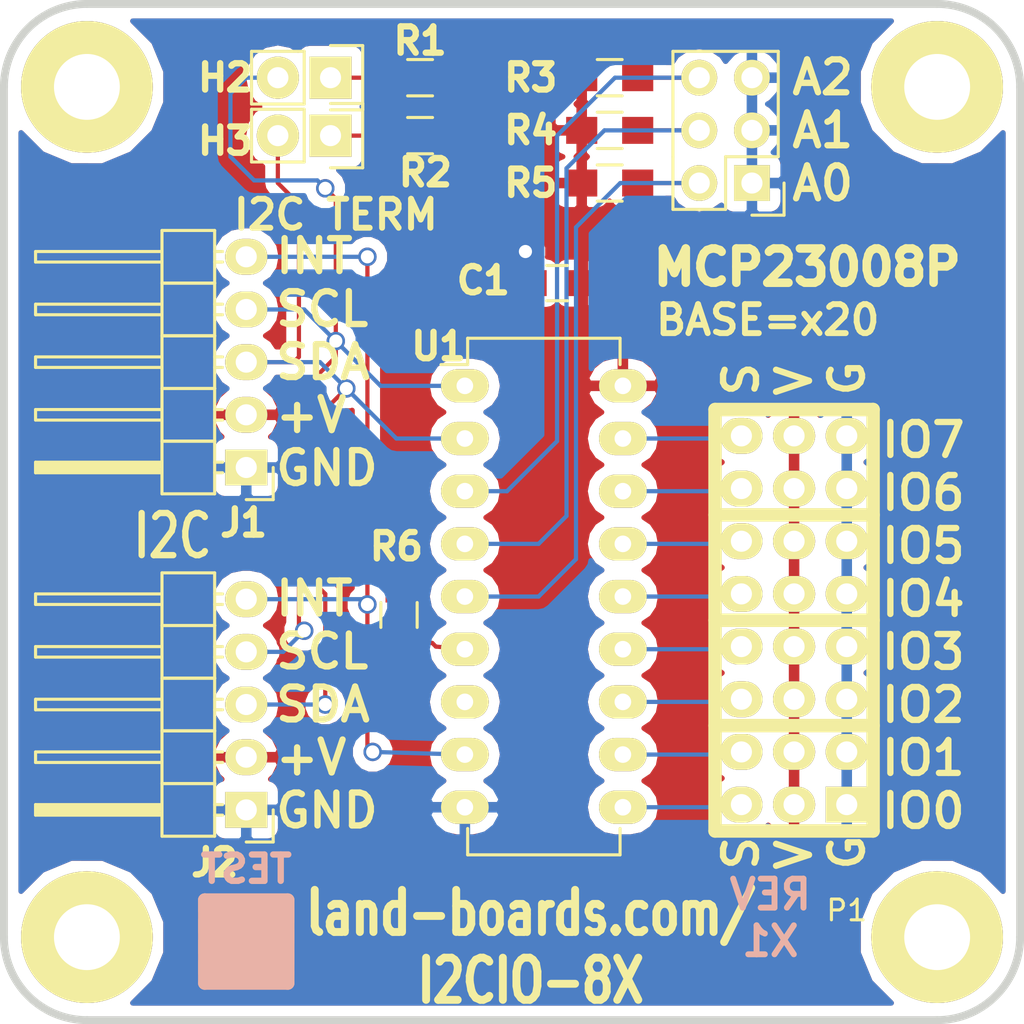
<source format=kicad_pcb>
(kicad_pcb (version 4) (host pcbnew "(after 2015-mar-04 BZR unknown)-product")

  (general
    (links 56)
    (no_connects 0)
    (area -2.293256 -0.190501 51.823257 50.6852)
    (thickness 1.6002)
    (drawings 20)
    (tracks 87)
    (zones 0)
    (modules 19)
    (nets 20)
  )

  (page A4)
  (title_block
    (date "6 jul 2012")
  )

  (layers
    (0 Front signal)
    (31 Back power)
    (36 B.SilkS user)
    (37 F.SilkS user)
    (38 B.Mask user)
    (39 F.Mask user)
    (40 Dwgs.User user)
    (41 Cmts.User user)
    (42 Eco1.User user)
    (43 Eco2.User user)
    (44 Edge.Cuts user)
  )

  (setup
    (last_trace_width 0.2032)
    (trace_clearance 0.254)
    (zone_clearance 0.508)
    (zone_45_only no)
    (trace_min 0.2032)
    (segment_width 0.381)
    (edge_width 0.381)
    (via_size 0.889)
    (via_drill 0.635)
    (via_min_size 0.889)
    (via_min_drill 0.508)
    (uvia_size 0.508)
    (uvia_drill 0.127)
    (uvias_allowed no)
    (uvia_min_size 0.508)
    (uvia_min_drill 0.127)
    (pcb_text_width 0.3048)
    (pcb_text_size 1.524 2.032)
    (mod_edge_width 0.381)
    (mod_text_size 1.27 1.27)
    (mod_text_width 0.3048)
    (pad_size 1.524 1.524)
    (pad_drill 0.8128)
    (pad_to_mask_clearance 0.254)
    (aux_axis_origin 0 0)
    (visible_elements 7FFFFF7F)
    (pcbplotparams
      (layerselection 0x010f0_80000001)
      (usegerberextensions true)
      (excludeedgelayer true)
      (linewidth 0.150000)
      (plotframeref false)
      (viasonmask false)
      (mode 1)
      (useauxorigin false)
      (hpglpennumber 1)
      (hpglpenspeed 20)
      (hpglpendiameter 15)
      (hpglpenoverlay 0)
      (psnegative false)
      (psa4output false)
      (plotreference true)
      (plotvalue true)
      (plotinvisibletext false)
      (padsonsilk false)
      (subtractmaskfromsilk false)
      (outputformat 1)
      (mirror false)
      (drillshape 0)
      (scaleselection 1)
      (outputdirectory plots/))
  )

  (net 0 "")
  (net 1 +5V)
  (net 2 /A0)
  (net 3 /A1)
  (net 4 /A2)
  (net 5 /RST)
  (net 6 /SCK)
  (net 7 /SDA)
  (net 8 GND)
  (net 9 /INT)
  (net 10 "Net-(H2-Pad1)")
  (net 11 "Net-(H3-Pad1)")
  (net 12 /IO7)
  (net 13 /IO6)
  (net 14 /IO5)
  (net 15 /IO4)
  (net 16 /IO3)
  (net 17 /IO2)
  (net 18 /IO1)
  (net 19 /IO0)

  (net_class Default "This is the default net class."
    (clearance 0.254)
    (trace_width 0.2032)
    (via_dia 0.889)
    (via_drill 0.635)
    (uvia_dia 0.508)
    (uvia_drill 0.127)
    (add_net +5V)
    (add_net /A0)
    (add_net /A1)
    (add_net /A2)
    (add_net /INT)
    (add_net /IO0)
    (add_net /IO1)
    (add_net /IO2)
    (add_net /IO3)
    (add_net /IO4)
    (add_net /IO5)
    (add_net /IO6)
    (add_net /IO7)
    (add_net /RST)
    (add_net /SCK)
    (add_net /SDA)
    (add_net GND)
    (add_net "Net-(H2-Pad1)")
    (add_net "Net-(H3-Pad1)")
  )

  (module Housings_DIP:DIP-18_W7.62mm_LongPads (layer Front) (tedit 561BBC0B) (tstamp 561BAF3C)
    (at 22.225 18.415)
    (descr "18-lead dip package, row spacing 7.62 mm (300 mils), longer pads")
    (tags "dil dip 2.54 300")
    (path /4FECA226)
    (fp_text reference U1 (at -1.27 -1.905) (layer F.SilkS)
      (effects (font (size 1.27 1.27) (thickness 0.3048)))
    )
    (fp_text value MCP23008P (at 0 -3.72) (layer F.SilkS) hide
      (effects (font (size 1 1) (thickness 0.15)))
    )
    (fp_line (start -1.4 -2.45) (end -1.4 22.8) (layer F.CrtYd) (width 0.05))
    (fp_line (start 9 -2.45) (end 9 22.8) (layer F.CrtYd) (width 0.05))
    (fp_line (start -1.4 -2.45) (end 9 -2.45) (layer F.CrtYd) (width 0.05))
    (fp_line (start -1.4 22.8) (end 9 22.8) (layer F.CrtYd) (width 0.05))
    (fp_line (start 0.135 -2.295) (end 0.135 -1.025) (layer F.SilkS) (width 0.15))
    (fp_line (start 7.485 -2.295) (end 7.485 -1.025) (layer F.SilkS) (width 0.15))
    (fp_line (start 7.485 22.615) (end 7.485 21.345) (layer F.SilkS) (width 0.15))
    (fp_line (start 0.135 22.615) (end 0.135 21.345) (layer F.SilkS) (width 0.15))
    (fp_line (start 0.135 -2.295) (end 7.485 -2.295) (layer F.SilkS) (width 0.15))
    (fp_line (start 0.135 22.615) (end 7.485 22.615) (layer F.SilkS) (width 0.15))
    (fp_line (start 0.135 -1.025) (end -1.15 -1.025) (layer F.SilkS) (width 0.15))
    (pad 1 thru_hole oval (at 0 0) (size 2.3 1.6) (drill 0.8) (layers *.Cu *.Mask F.SilkS)
      (net 6 /SCK))
    (pad 2 thru_hole oval (at 0 2.54) (size 2.3 1.6) (drill 0.8) (layers *.Cu *.Mask F.SilkS)
      (net 7 /SDA))
    (pad 3 thru_hole oval (at 0 5.08) (size 2.3 1.6) (drill 0.8) (layers *.Cu *.Mask F.SilkS)
      (net 4 /A2))
    (pad 4 thru_hole oval (at 0 7.62) (size 2.3 1.6) (drill 0.8) (layers *.Cu *.Mask F.SilkS)
      (net 3 /A1))
    (pad 5 thru_hole oval (at 0 10.16) (size 2.3 1.6) (drill 0.8) (layers *.Cu *.Mask F.SilkS)
      (net 2 /A0))
    (pad 6 thru_hole oval (at 0 12.7) (size 2.3 1.6) (drill 0.8) (layers *.Cu *.Mask F.SilkS)
      (net 5 /RST))
    (pad 7 thru_hole oval (at 0 15.24) (size 2.3 1.6) (drill 0.8) (layers *.Cu *.Mask F.SilkS))
    (pad 8 thru_hole oval (at 0 17.78) (size 2.3 1.6) (drill 0.8) (layers *.Cu *.Mask F.SilkS)
      (net 9 /INT))
    (pad 9 thru_hole oval (at 0 20.32) (size 2.3 1.6) (drill 0.8) (layers *.Cu *.Mask F.SilkS)
      (net 8 GND))
    (pad 10 thru_hole oval (at 7.62 20.32) (size 2.3 1.6) (drill 0.8) (layers *.Cu *.Mask F.SilkS)
      (net 19 /IO0))
    (pad 11 thru_hole oval (at 7.62 17.78) (size 2.3 1.6) (drill 0.8) (layers *.Cu *.Mask F.SilkS)
      (net 18 /IO1))
    (pad 12 thru_hole oval (at 7.62 15.24) (size 2.3 1.6) (drill 0.8) (layers *.Cu *.Mask F.SilkS)
      (net 17 /IO2))
    (pad 13 thru_hole oval (at 7.62 12.7) (size 2.3 1.6) (drill 0.8) (layers *.Cu *.Mask F.SilkS)
      (net 16 /IO3))
    (pad 14 thru_hole oval (at 7.62 10.16) (size 2.3 1.6) (drill 0.8) (layers *.Cu *.Mask F.SilkS)
      (net 15 /IO4))
    (pad 15 thru_hole oval (at 7.62 7.62) (size 2.3 1.6) (drill 0.8) (layers *.Cu *.Mask F.SilkS)
      (net 14 /IO5))
    (pad 16 thru_hole oval (at 7.62 5.08) (size 2.3 1.6) (drill 0.8) (layers *.Cu *.Mask F.SilkS)
      (net 13 /IO6))
    (pad 17 thru_hole oval (at 7.62 2.54) (size 2.3 1.6) (drill 0.8) (layers *.Cu *.Mask F.SilkS)
      (net 12 /IO7))
    (pad 18 thru_hole oval (at 7.62 0) (size 2.3 1.6) (drill 0.8) (layers *.Cu *.Mask F.SilkS)
      (net 1 +5V))
    (model Housings_DIP.3dshapes/DIP-18_W7.62mm_LongPads.wrl
      (at (xyz 0 0 0))
      (scale (xyz 1 1 1))
      (rotate (xyz 0 0 0))
    )
  )

  (module Resistors_SMD:R_0805_HandSoldering (layer Front) (tedit 56785875) (tstamp 561BAE99)
    (at 29.21 8.636)
    (descr "Resistor SMD 0805, hand soldering")
    (tags "resistor 0805")
    (path /4FECA2A4)
    (attr smd)
    (fp_text reference R5 (at -3.81 0) (layer F.SilkS)
      (effects (font (size 1.27 1.27) (thickness 0.3048)))
    )
    (fp_text value 10K (at 0 2.1) (layer F.SilkS) hide
      (effects (font (size 1 1) (thickness 0.15)))
    )
    (fp_line (start -2.4 -1) (end 2.4 -1) (layer F.CrtYd) (width 0.05))
    (fp_line (start -2.4 1) (end 2.4 1) (layer F.CrtYd) (width 0.05))
    (fp_line (start -2.4 -1) (end -2.4 1) (layer F.CrtYd) (width 0.05))
    (fp_line (start 2.4 -1) (end 2.4 1) (layer F.CrtYd) (width 0.05))
    (fp_line (start 0.6 0.875) (end -0.6 0.875) (layer F.SilkS) (width 0.15))
    (fp_line (start -0.6 -0.875) (end 0.6 -0.875) (layer F.SilkS) (width 0.15))
    (pad 1 smd rect (at -1.35 0) (size 1.5 1.3) (layers Front F.Mask)
      (net 1 +5V))
    (pad 2 smd rect (at 1.35 0) (size 1.5 1.3) (layers Front F.Mask)
      (net 2 /A0))
    (model Resistors_SMD.3dshapes/R_0805_HandSoldering.wrl
      (at (xyz 0 0 0))
      (scale (xyz 1 1 1))
      (rotate (xyz 0 0 0))
    )
  )

  (module Resistors_SMD:R_0805_HandSoldering (layer Front) (tedit 56785873) (tstamp 561BAEA4)
    (at 29.21 6.096)
    (descr "Resistor SMD 0805, hand soldering")
    (tags "resistor 0805")
    (path /4FECA2AC)
    (attr smd)
    (fp_text reference R4 (at -3.81 0 180) (layer F.SilkS)
      (effects (font (size 1.27 1.27) (thickness 0.3048)))
    )
    (fp_text value 10K (at 0 2.1) (layer F.SilkS) hide
      (effects (font (size 1 1) (thickness 0.15)))
    )
    (fp_line (start -2.4 -1) (end 2.4 -1) (layer F.CrtYd) (width 0.05))
    (fp_line (start -2.4 1) (end 2.4 1) (layer F.CrtYd) (width 0.05))
    (fp_line (start -2.4 -1) (end -2.4 1) (layer F.CrtYd) (width 0.05))
    (fp_line (start 2.4 -1) (end 2.4 1) (layer F.CrtYd) (width 0.05))
    (fp_line (start 0.6 0.875) (end -0.6 0.875) (layer F.SilkS) (width 0.15))
    (fp_line (start -0.6 -0.875) (end 0.6 -0.875) (layer F.SilkS) (width 0.15))
    (pad 1 smd rect (at -1.35 0) (size 1.5 1.3) (layers Front F.Mask)
      (net 1 +5V))
    (pad 2 smd rect (at 1.35 0) (size 1.5 1.3) (layers Front F.Mask)
      (net 3 /A1))
    (model Resistors_SMD.3dshapes/R_0805_HandSoldering.wrl
      (at (xyz 0 0 0))
      (scale (xyz 1 1 1))
      (rotate (xyz 0 0 0))
    )
  )

  (module Resistors_SMD:R_0805_HandSoldering (layer Front) (tedit 56785871) (tstamp 561BAEAF)
    (at 29.21 3.556)
    (descr "Resistor SMD 0805, hand soldering")
    (tags "resistor 0805")
    (path /4FECA2B1)
    (attr smd)
    (fp_text reference R3 (at -3.81 0) (layer F.SilkS)
      (effects (font (size 1.27 1.27) (thickness 0.3048)))
    )
    (fp_text value 10K (at 0 2.1) (layer Eco1.User) hide
      (effects (font (size 1 1) (thickness 0.15)))
    )
    (fp_line (start -2.4 -1) (end 2.4 -1) (layer F.CrtYd) (width 0.05))
    (fp_line (start -2.4 1) (end 2.4 1) (layer F.CrtYd) (width 0.05))
    (fp_line (start -2.4 -1) (end -2.4 1) (layer F.CrtYd) (width 0.05))
    (fp_line (start 2.4 -1) (end 2.4 1) (layer F.CrtYd) (width 0.05))
    (fp_line (start 0.6 0.875) (end -0.6 0.875) (layer F.SilkS) (width 0.15))
    (fp_line (start -0.6 -0.875) (end 0.6 -0.875) (layer F.SilkS) (width 0.15))
    (pad 1 smd rect (at -1.35 0) (size 1.5 1.3) (layers Front F.Mask)
      (net 1 +5V))
    (pad 2 smd rect (at 1.35 0) (size 1.5 1.3) (layers Front F.Mask)
      (net 4 /A2))
    (model Resistors_SMD.3dshapes/R_0805_HandSoldering.wrl
      (at (xyz 0 0 0))
      (scale (xyz 1 1 1))
      (rotate (xyz 0 0 0))
    )
  )

  (module Resistors_SMD:R_0805_HandSoldering (layer Front) (tedit 56785832) (tstamp 561BAEBA)
    (at 20.066 3.556 180)
    (descr "Resistor SMD 0805, hand soldering")
    (tags "resistor 0805")
    (path /4FECA501)
    (attr smd)
    (fp_text reference R1 (at 0 1.778 360) (layer F.SilkS)
      (effects (font (size 1.27 1.27) (thickness 0.3048)))
    )
    (fp_text value 10K (at 0 2.1 180) (layer Eco1.User) hide
      (effects (font (size 1 1) (thickness 0.15)))
    )
    (fp_line (start -2.4 -1) (end 2.4 -1) (layer F.CrtYd) (width 0.05))
    (fp_line (start -2.4 1) (end 2.4 1) (layer F.CrtYd) (width 0.05))
    (fp_line (start -2.4 -1) (end -2.4 1) (layer F.CrtYd) (width 0.05))
    (fp_line (start 2.4 -1) (end 2.4 1) (layer F.CrtYd) (width 0.05))
    (fp_line (start 0.6 0.875) (end -0.6 0.875) (layer F.SilkS) (width 0.15))
    (fp_line (start -0.6 -0.875) (end 0.6 -0.875) (layer F.SilkS) (width 0.15))
    (pad 1 smd rect (at -1.35 0 180) (size 1.5 1.3) (layers Front F.Mask)
      (net 1 +5V))
    (pad 2 smd rect (at 1.35 0 180) (size 1.5 1.3) (layers Front F.Mask)
      (net 10 "Net-(H2-Pad1)"))
    (model Resistors_SMD.3dshapes/R_0805_HandSoldering.wrl
      (at (xyz 0 0 0))
      (scale (xyz 1 1 1))
      (rotate (xyz 0 0 0))
    )
  )

  (module Resistors_SMD:R_0805_HandSoldering (layer Front) (tedit 5678439D) (tstamp 561BAEC5)
    (at 20.066 6.35 180)
    (descr "Resistor SMD 0805, hand soldering")
    (tags "resistor 0805")
    (path /4FECA4FB)
    (attr smd)
    (fp_text reference R2 (at -0.254 -1.778 360) (layer F.SilkS)
      (effects (font (size 1.27 1.27) (thickness 0.3048)))
    )
    (fp_text value 10K (at 0 2.1 180) (layer Eco1.User) hide
      (effects (font (size 1 1) (thickness 0.15)))
    )
    (fp_line (start -2.4 -1) (end 2.4 -1) (layer F.CrtYd) (width 0.05))
    (fp_line (start -2.4 1) (end 2.4 1) (layer F.CrtYd) (width 0.05))
    (fp_line (start -2.4 -1) (end -2.4 1) (layer F.CrtYd) (width 0.05))
    (fp_line (start 2.4 -1) (end 2.4 1) (layer F.CrtYd) (width 0.05))
    (fp_line (start 0.6 0.875) (end -0.6 0.875) (layer F.SilkS) (width 0.15))
    (fp_line (start -0.6 -0.875) (end 0.6 -0.875) (layer F.SilkS) (width 0.15))
    (pad 1 smd rect (at -1.35 0 180) (size 1.5 1.3) (layers Front F.Mask)
      (net 1 +5V))
    (pad 2 smd rect (at 1.35 0 180) (size 1.5 1.3) (layers Front F.Mask)
      (net 11 "Net-(H3-Pad1)"))
    (model Resistors_SMD.3dshapes/R_0805_HandSoldering.wrl
      (at (xyz 0 0 0))
      (scale (xyz 1 1 1))
      (rotate (xyz 0 0 0))
    )
  )

  (module dougsLib:MTG-4-40 (layer Front) (tedit 561BB33E) (tstamp 561BC0D6)
    (at 4 45)
    (path /561CA6B9)
    (fp_text reference MTG5 (at 0.445 -0.55) (layer F.SilkS) hide
      (effects (font (size 1.27 1.27) (thickness 0.3048)))
    )
    (fp_text value MTG_HOLE (at -0.19 0.085) (layer F.SilkS) hide
      (effects (font (thickness 0.3048)))
    )
    (pad 1 thru_hole circle (at 0 0) (size 6.35 6.35) (drill 3.175) (layers *.Cu *.Mask F.SilkS)
      (clearance 0.508))
  )

  (module dougsLib:MTG-4-40 (layer Front) (tedit 561BB34C) (tstamp 561BC0DB)
    (at 4 4)
    (path /561CA64B)
    (fp_text reference MTG6 (at -0.19 -0.19) (layer F.SilkS) hide
      (effects (font (size 1.27 1.27) (thickness 0.3048)))
    )
    (fp_text value MTG_HOLE (at -0.19 -0.19) (layer F.SilkS) hide
      (effects (font (thickness 0.3048)))
    )
    (pad 1 thru_hole circle (at 0 0) (size 6.35 6.35) (drill 3.175) (layers *.Cu *.Mask F.SilkS)
      (clearance 0.508))
  )

  (module dougsLib:MTG-4-40 (layer Front) (tedit 561BB342) (tstamp 561BC0E0)
    (at 45 45)
    (path /561CA71B)
    (fp_text reference MTG7 (at 0.72 0.085) (layer F.SilkS) hide
      (effects (font (size 1.27 1.27) (thickness 0.3048)))
    )
    (fp_text value MTG_HOLE (at 0.72 0.085) (layer F.SilkS) hide
      (effects (font (thickness 0.3048)))
    )
    (pad 1 thru_hole circle (at 0 0) (size 6.35 6.35) (drill 3.175) (layers *.Cu *.Mask F.SilkS)
      (clearance 0.508))
  )

  (module dougsLib:MTG-4-40 (layer Front) (tedit 561BB347) (tstamp 561BC0E5)
    (at 45 4)
    (path /561CA586)
    (fp_text reference MTG?1 (at 0.085 -0.19) (layer F.SilkS) hide
      (effects (font (size 1.27 1.27) (thickness 0.3048)))
    )
    (fp_text value MTG_HOLE (at -0.55 -0.19) (layer F.SilkS) hide
      (effects (font (thickness 0.3048)))
    )
    (pad 1 thru_hole circle (at 0 0) (size 6.35 6.35) (drill 3.175) (layers *.Cu *.Mask F.SilkS)
      (clearance 0.508))
  )

  (module Resistors_SMD:R_0805_HandSoldering (layer Front) (tedit 563F6B2B) (tstamp 561BC0E6)
    (at 19.05 29.464 270)
    (descr "Resistor SMD 0805, hand soldering")
    (tags "resistor 0805")
    (path /4FECA3D8)
    (attr smd)
    (fp_text reference R6 (at -3.302 0.127 360) (layer F.SilkS)
      (effects (font (size 1.27 1.27) (thickness 0.3048)))
    )
    (fp_text value 10K (at 0 2.1 270) (layer Eco1.User) hide
      (effects (font (size 1 1) (thickness 0.15)))
    )
    (fp_line (start -2.4 -1) (end 2.4 -1) (layer F.CrtYd) (width 0.05))
    (fp_line (start -2.4 1) (end 2.4 1) (layer F.CrtYd) (width 0.05))
    (fp_line (start -2.4 -1) (end -2.4 1) (layer F.CrtYd) (width 0.05))
    (fp_line (start 2.4 -1) (end 2.4 1) (layer F.CrtYd) (width 0.05))
    (fp_line (start 0.6 0.875) (end -0.6 0.875) (layer F.SilkS) (width 0.15))
    (fp_line (start -0.6 -0.875) (end 0.6 -0.875) (layer F.SilkS) (width 0.15))
    (pad 1 smd rect (at -1.35 0 270) (size 1.5 1.3) (layers Front F.Mask)
      (net 1 +5V))
    (pad 2 smd rect (at 1.35 0 270) (size 1.5 1.3) (layers Front F.Mask)
      (net 5 /RST))
    (model Resistors_SMD.3dshapes/R_0805_HandSoldering.wrl
      (at (xyz 0 0 0))
      (scale (xyz 1 1 1))
      (rotate (xyz 0 0 0))
    )
  )

  (module Capacitors_SMD:C_0805_HandSoldering (layer Front) (tedit 56783A60) (tstamp 561BCCBC)
    (at 26.67 13.462 180)
    (descr "Capacitor SMD 0805, hand soldering")
    (tags "capacitor 0805")
    (path /4FECD7AF)
    (attr smd)
    (fp_text reference C1 (at 3.556 0.127 180) (layer F.SilkS)
      (effects (font (size 1.27 1.27) (thickness 0.3048)))
    )
    (fp_text value 0.1uF (at 0 2.1 180) (layer Eco1.User) hide
      (effects (font (size 1 1) (thickness 0.15)))
    )
    (fp_line (start -2.3 -1) (end 2.3 -1) (layer F.CrtYd) (width 0.05))
    (fp_line (start -2.3 1) (end 2.3 1) (layer F.CrtYd) (width 0.05))
    (fp_line (start -2.3 -1) (end -2.3 1) (layer F.CrtYd) (width 0.05))
    (fp_line (start 2.3 -1) (end 2.3 1) (layer F.CrtYd) (width 0.05))
    (fp_line (start 0.5 -0.85) (end -0.5 -0.85) (layer F.SilkS) (width 0.15))
    (fp_line (start -0.5 0.85) (end 0.5 0.85) (layer F.SilkS) (width 0.15))
    (pad 1 smd rect (at -1.25 0 180) (size 1.5 1.25) (layers Front F.Mask)
      (net 1 +5V))
    (pad 2 smd rect (at 1.25 0 180) (size 1.5 1.25) (layers Front F.Mask)
      (net 8 GND))
    (model Capacitors_SMD.3dshapes/C_0805_HandSoldering.wrl
      (at (xyz 0 0 0))
      (scale (xyz 1 1 1))
      (rotate (xyz 0 0 0))
    )
  )

  (module Pin_Headers:Pin_Header_Straight_1x02 (layer Front) (tedit 56784388) (tstamp 561BE067)
    (at 15.748 3.556 270)
    (descr "Through hole pin header")
    (tags "pin header")
    (path /561D30F4)
    (fp_text reference H2 (at 0 5.08 360) (layer F.SilkS)
      (effects (font (size 1.27 1.27) (thickness 0.3048)))
    )
    (fp_text value CONN_2 (at 0 -3.1 270) (layer Eco1.User) hide
      (effects (font (size 1 1) (thickness 0.15)))
    )
    (fp_line (start 1.27 1.27) (end 1.27 3.81) (layer F.SilkS) (width 0.15))
    (fp_line (start 1.55 -1.55) (end 1.55 0) (layer F.SilkS) (width 0.15))
    (fp_line (start -1.75 -1.75) (end -1.75 4.3) (layer F.CrtYd) (width 0.05))
    (fp_line (start 1.75 -1.75) (end 1.75 4.3) (layer F.CrtYd) (width 0.05))
    (fp_line (start -1.75 -1.75) (end 1.75 -1.75) (layer F.CrtYd) (width 0.05))
    (fp_line (start -1.75 4.3) (end 1.75 4.3) (layer F.CrtYd) (width 0.05))
    (fp_line (start 1.27 1.27) (end -1.27 1.27) (layer F.SilkS) (width 0.15))
    (fp_line (start -1.55 0) (end -1.55 -1.55) (layer F.SilkS) (width 0.15))
    (fp_line (start -1.55 -1.55) (end 1.55 -1.55) (layer F.SilkS) (width 0.15))
    (fp_line (start -1.27 1.27) (end -1.27 3.81) (layer F.SilkS) (width 0.15))
    (fp_line (start -1.27 3.81) (end 1.27 3.81) (layer F.SilkS) (width 0.15))
    (pad 1 thru_hole rect (at 0 0 270) (size 2.032 2.032) (drill 1.016) (layers *.Cu *.Mask F.SilkS)
      (net 10 "Net-(H2-Pad1)"))
    (pad 2 thru_hole oval (at 0 2.54 270) (size 2.032 2.032) (drill 1.016) (layers *.Cu *.Mask F.SilkS)
      (net 6 /SCK))
    (model Pin_Headers.3dshapes/Pin_Header_Straight_1x02.wrl
      (at (xyz 0 -0.05 0))
      (scale (xyz 1 1 1))
      (rotate (xyz 0 0 90))
    )
  )

  (module Pin_Headers:Pin_Header_Straight_1x02 (layer Front) (tedit 56784391) (tstamp 561BE078)
    (at 15.748 6.35 270)
    (descr "Through hole pin header")
    (tags "pin header")
    (path /561D3076)
    (fp_text reference H3 (at 0.254 5.08 360) (layer F.SilkS)
      (effects (font (size 1.27 1.27) (thickness 0.3048)))
    )
    (fp_text value CONN_2 (at 0 -3.1 270) (layer Eco1.User) hide
      (effects (font (size 1 1) (thickness 0.15)))
    )
    (fp_line (start 1.27 1.27) (end 1.27 3.81) (layer F.SilkS) (width 0.15))
    (fp_line (start 1.55 -1.55) (end 1.55 0) (layer F.SilkS) (width 0.15))
    (fp_line (start -1.75 -1.75) (end -1.75 4.3) (layer F.CrtYd) (width 0.05))
    (fp_line (start 1.75 -1.75) (end 1.75 4.3) (layer F.CrtYd) (width 0.05))
    (fp_line (start -1.75 -1.75) (end 1.75 -1.75) (layer F.CrtYd) (width 0.05))
    (fp_line (start -1.75 4.3) (end 1.75 4.3) (layer F.CrtYd) (width 0.05))
    (fp_line (start 1.27 1.27) (end -1.27 1.27) (layer F.SilkS) (width 0.15))
    (fp_line (start -1.55 0) (end -1.55 -1.55) (layer F.SilkS) (width 0.15))
    (fp_line (start -1.55 -1.55) (end 1.55 -1.55) (layer F.SilkS) (width 0.15))
    (fp_line (start -1.27 1.27) (end -1.27 3.81) (layer F.SilkS) (width 0.15))
    (fp_line (start -1.27 3.81) (end 1.27 3.81) (layer F.SilkS) (width 0.15))
    (pad 1 thru_hole rect (at 0 0 270) (size 2.032 2.032) (drill 1.016) (layers *.Cu *.Mask F.SilkS)
      (net 11 "Net-(H3-Pad1)"))
    (pad 2 thru_hole oval (at 0 2.54 270) (size 2.032 2.032) (drill 1.016) (layers *.Cu *.Mask F.SilkS)
      (net 7 /SDA))
    (model Pin_Headers.3dshapes/Pin_Header_Straight_1x02.wrl
      (at (xyz 0 -0.05 0))
      (scale (xyz 1 1 1))
      (rotate (xyz 0 0 90))
    )
  )

  (module Pin_Headers:Pin_Header_Straight_2x03 (layer Front) (tedit 563F57CF) (tstamp 563F57BC)
    (at 36.068 8.636 180)
    (descr "Through hole pin header")
    (tags "pin header")
    (path /563F7ABA)
    (fp_text reference H4 (at -2.54 -2.54 270) (layer F.SilkS) hide
      (effects (font (size 1.27 1.27) (thickness 0.3048)))
    )
    (fp_text value CONN_02X03 (at 0 -3.1 180) (layer Eco1.User) hide
      (effects (font (size 1 1) (thickness 0.15)))
    )
    (fp_line (start -1.27 1.27) (end -1.27 6.35) (layer F.SilkS) (width 0.15))
    (fp_line (start -1.55 -1.55) (end 0 -1.55) (layer F.SilkS) (width 0.15))
    (fp_line (start -1.75 -1.75) (end -1.75 6.85) (layer F.CrtYd) (width 0.05))
    (fp_line (start 4.3 -1.75) (end 4.3 6.85) (layer F.CrtYd) (width 0.05))
    (fp_line (start -1.75 -1.75) (end 4.3 -1.75) (layer F.CrtYd) (width 0.05))
    (fp_line (start -1.75 6.85) (end 4.3 6.85) (layer F.CrtYd) (width 0.05))
    (fp_line (start 1.27 -1.27) (end 1.27 1.27) (layer F.SilkS) (width 0.15))
    (fp_line (start 1.27 1.27) (end -1.27 1.27) (layer F.SilkS) (width 0.15))
    (fp_line (start -1.27 6.35) (end 3.81 6.35) (layer F.SilkS) (width 0.15))
    (fp_line (start 3.81 6.35) (end 3.81 1.27) (layer F.SilkS) (width 0.15))
    (fp_line (start -1.55 -1.55) (end -1.55 0) (layer F.SilkS) (width 0.15))
    (fp_line (start 3.81 -1.27) (end 1.27 -1.27) (layer F.SilkS) (width 0.15))
    (fp_line (start 3.81 1.27) (end 3.81 -1.27) (layer F.SilkS) (width 0.15))
    (pad 1 thru_hole rect (at 0 0 180) (size 1.7272 1.7272) (drill 1.016) (layers *.Cu *.Mask F.SilkS)
      (net 8 GND))
    (pad 2 thru_hole oval (at 2.54 0 180) (size 1.7272 1.7272) (drill 1.016) (layers *.Cu *.Mask F.SilkS)
      (net 2 /A0))
    (pad 3 thru_hole oval (at 0 2.54 180) (size 1.7272 1.7272) (drill 1.016) (layers *.Cu *.Mask F.SilkS)
      (net 8 GND))
    (pad 4 thru_hole oval (at 2.54 2.54 180) (size 1.7272 1.7272) (drill 1.016) (layers *.Cu *.Mask F.SilkS)
      (net 3 /A1))
    (pad 5 thru_hole oval (at 0 5.08 180) (size 1.7272 1.7272) (drill 1.016) (layers *.Cu *.Mask F.SilkS)
      (net 8 GND))
    (pad 6 thru_hole oval (at 2.54 5.08 180) (size 1.7272 1.7272) (drill 1.016) (layers *.Cu *.Mask F.SilkS)
      (net 4 /A2))
    (model Pin_Headers.3dshapes/Pin_Header_Straight_2x03.wrl
      (at (xyz 0.05 -0.1 0))
      (scale (xyz 1 1 1))
      (rotate (xyz 0 0 90))
    )
  )

  (module DougsNewMods:TEST_BLK-REAR (layer Front) (tedit 5686D672) (tstamp 563F6F28)
    (at 11.684 45.212)
    (path /561D0970)
    (fp_text reference TEST (at 0 -3.5) (layer B.SilkS)
      (effects (font (size 1.27 1.27) (thickness 0.3048)) (justify mirror))
    )
    (fp_text value TEST (at 0 4) (layer F.SilkS) hide
      (effects (font (thickness 0.3048)))
    )
    (fp_line (start -2 -2) (end 2 -2) (layer B.SilkS) (width 0.65))
    (fp_line (start 2 -2) (end 2 2) (layer B.SilkS) (width 0.65))
    (fp_line (start 2 2) (end -2 2) (layer B.SilkS) (width 0.65))
    (fp_line (start -2 2) (end -2 -2) (layer B.SilkS) (width 0.65))
    (fp_line (start -2 -2) (end -2 -1.5) (layer B.SilkS) (width 0.65))
    (fp_line (start -2 -1.5) (end 2 -1.5) (layer B.SilkS) (width 0.65))
    (fp_line (start 2 -1.5) (end 2 -1) (layer B.SilkS) (width 0.65))
    (fp_line (start 2 -1) (end -2 -1) (layer B.SilkS) (width 0.65))
    (fp_line (start -2 -1) (end -2 -0.5) (layer B.SilkS) (width 0.65))
    (fp_line (start -2 -0.5) (end 2 -0.5) (layer B.SilkS) (width 0.65))
    (fp_line (start 2 -0.5) (end 2 0) (layer B.SilkS) (width 0.65))
    (fp_line (start 2 0) (end -2 0) (layer B.SilkS) (width 0.65))
    (fp_line (start -2 0) (end -2 0.5) (layer B.SilkS) (width 0.65))
    (fp_line (start -2 0.5) (end 1.5 0.5) (layer B.SilkS) (width 0.65))
    (fp_line (start 1.5 0.5) (end 2 0.5) (layer B.SilkS) (width 0.65))
    (fp_line (start 2 0.5) (end 2 1) (layer B.SilkS) (width 0.65))
    (fp_line (start 2 1) (end -2 1) (layer B.SilkS) (width 0.65))
    (fp_line (start -2 1) (end -2 1.5) (layer B.SilkS) (width 0.65))
    (fp_line (start -2 1.5) (end 2 1.5) (layer B.SilkS) (width 0.65))
  )

  (module Pin_Headers:Pin_Header_Angled_1x05 (layer Front) (tedit 563F643A) (tstamp 563F7169)
    (at 11.684 22.352 180)
    (descr "Through hole pin header")
    (tags "pin header")
    (path /5640038C)
    (fp_text reference J1 (at 0.127 -2.667 180) (layer F.SilkS)
      (effects (font (size 1.27 1.27) (thickness 0.3048)))
    )
    (fp_text value CONN_01X05 (at 0 -3.1 180) (layer Dwgs.User) hide
      (effects (font (size 1 1) (thickness 0.15)))
    )
    (fp_line (start -1.5 -1.75) (end -1.5 11.95) (layer F.CrtYd) (width 0.05))
    (fp_line (start 10.65 -1.75) (end 10.65 11.95) (layer F.CrtYd) (width 0.05))
    (fp_line (start -1.5 -1.75) (end 10.65 -1.75) (layer F.CrtYd) (width 0.05))
    (fp_line (start -1.5 11.95) (end 10.65 11.95) (layer F.CrtYd) (width 0.05))
    (fp_line (start -1.3 -1.55) (end -1.3 0) (layer F.SilkS) (width 0.15))
    (fp_line (start 0 -1.55) (end -1.3 -1.55) (layer F.SilkS) (width 0.15))
    (fp_line (start 4.191 -0.127) (end 10.033 -0.127) (layer F.SilkS) (width 0.15))
    (fp_line (start 10.033 -0.127) (end 10.033 0.127) (layer F.SilkS) (width 0.15))
    (fp_line (start 10.033 0.127) (end 4.191 0.127) (layer F.SilkS) (width 0.15))
    (fp_line (start 4.191 0.127) (end 4.191 0) (layer F.SilkS) (width 0.15))
    (fp_line (start 4.191 0) (end 10.033 0) (layer F.SilkS) (width 0.15))
    (fp_line (start 1.524 -0.254) (end 1.143 -0.254) (layer F.SilkS) (width 0.15))
    (fp_line (start 1.524 0.254) (end 1.143 0.254) (layer F.SilkS) (width 0.15))
    (fp_line (start 1.524 2.286) (end 1.143 2.286) (layer F.SilkS) (width 0.15))
    (fp_line (start 1.524 2.794) (end 1.143 2.794) (layer F.SilkS) (width 0.15))
    (fp_line (start 1.524 4.826) (end 1.143 4.826) (layer F.SilkS) (width 0.15))
    (fp_line (start 1.524 5.334) (end 1.143 5.334) (layer F.SilkS) (width 0.15))
    (fp_line (start 1.524 7.366) (end 1.143 7.366) (layer F.SilkS) (width 0.15))
    (fp_line (start 1.524 7.874) (end 1.143 7.874) (layer F.SilkS) (width 0.15))
    (fp_line (start 1.524 10.414) (end 1.143 10.414) (layer F.SilkS) (width 0.15))
    (fp_line (start 1.524 9.906) (end 1.143 9.906) (layer F.SilkS) (width 0.15))
    (fp_line (start 4.064 1.27) (end 4.064 -1.27) (layer F.SilkS) (width 0.15))
    (fp_line (start 10.16 0.254) (end 4.064 0.254) (layer F.SilkS) (width 0.15))
    (fp_line (start 10.16 -0.254) (end 10.16 0.254) (layer F.SilkS) (width 0.15))
    (fp_line (start 4.064 -0.254) (end 10.16 -0.254) (layer F.SilkS) (width 0.15))
    (fp_line (start 1.524 1.27) (end 4.064 1.27) (layer F.SilkS) (width 0.15))
    (fp_line (start 1.524 -1.27) (end 1.524 1.27) (layer F.SilkS) (width 0.15))
    (fp_line (start 1.524 -1.27) (end 4.064 -1.27) (layer F.SilkS) (width 0.15))
    (fp_line (start 1.524 3.81) (end 4.064 3.81) (layer F.SilkS) (width 0.15))
    (fp_line (start 1.524 3.81) (end 1.524 6.35) (layer F.SilkS) (width 0.15))
    (fp_line (start 1.524 6.35) (end 4.064 6.35) (layer F.SilkS) (width 0.15))
    (fp_line (start 4.064 4.826) (end 10.16 4.826) (layer F.SilkS) (width 0.15))
    (fp_line (start 10.16 4.826) (end 10.16 5.334) (layer F.SilkS) (width 0.15))
    (fp_line (start 10.16 5.334) (end 4.064 5.334) (layer F.SilkS) (width 0.15))
    (fp_line (start 4.064 6.35) (end 4.064 3.81) (layer F.SilkS) (width 0.15))
    (fp_line (start 4.064 3.81) (end 4.064 1.27) (layer F.SilkS) (width 0.15))
    (fp_line (start 10.16 2.794) (end 4.064 2.794) (layer F.SilkS) (width 0.15))
    (fp_line (start 10.16 2.286) (end 10.16 2.794) (layer F.SilkS) (width 0.15))
    (fp_line (start 4.064 2.286) (end 10.16 2.286) (layer F.SilkS) (width 0.15))
    (fp_line (start 1.524 3.81) (end 4.064 3.81) (layer F.SilkS) (width 0.15))
    (fp_line (start 1.524 1.27) (end 1.524 3.81) (layer F.SilkS) (width 0.15))
    (fp_line (start 1.524 1.27) (end 4.064 1.27) (layer F.SilkS) (width 0.15))
    (fp_line (start 1.524 8.89) (end 4.064 8.89) (layer F.SilkS) (width 0.15))
    (fp_line (start 1.524 8.89) (end 1.524 11.43) (layer F.SilkS) (width 0.15))
    (fp_line (start 1.524 11.43) (end 4.064 11.43) (layer F.SilkS) (width 0.15))
    (fp_line (start 4.064 9.906) (end 10.16 9.906) (layer F.SilkS) (width 0.15))
    (fp_line (start 10.16 9.906) (end 10.16 10.414) (layer F.SilkS) (width 0.15))
    (fp_line (start 10.16 10.414) (end 4.064 10.414) (layer F.SilkS) (width 0.15))
    (fp_line (start 4.064 11.43) (end 4.064 8.89) (layer F.SilkS) (width 0.15))
    (fp_line (start 4.064 8.89) (end 4.064 6.35) (layer F.SilkS) (width 0.15))
    (fp_line (start 10.16 7.874) (end 4.064 7.874) (layer F.SilkS) (width 0.15))
    (fp_line (start 10.16 7.366) (end 10.16 7.874) (layer F.SilkS) (width 0.15))
    (fp_line (start 4.064 7.366) (end 10.16 7.366) (layer F.SilkS) (width 0.15))
    (fp_line (start 1.524 8.89) (end 4.064 8.89) (layer F.SilkS) (width 0.15))
    (fp_line (start 1.524 6.35) (end 1.524 8.89) (layer F.SilkS) (width 0.15))
    (fp_line (start 1.524 6.35) (end 4.064 6.35) (layer F.SilkS) (width 0.15))
    (pad 1 thru_hole rect (at 0 0 180) (size 2.032 1.7272) (drill 1.016) (layers *.Cu *.Mask F.SilkS)
      (net 8 GND))
    (pad 2 thru_hole oval (at 0 2.54 180) (size 2.032 1.7272) (drill 1.016) (layers *.Cu *.Mask F.SilkS)
      (net 1 +5V))
    (pad 3 thru_hole oval (at 0 5.08 180) (size 2.032 1.7272) (drill 1.016) (layers *.Cu *.Mask F.SilkS)
      (net 7 /SDA))
    (pad 4 thru_hole oval (at 0 7.62 180) (size 2.032 1.7272) (drill 1.016) (layers *.Cu *.Mask F.SilkS)
      (net 6 /SCK))
    (pad 5 thru_hole oval (at 0 10.16 180) (size 2.032 1.7272) (drill 1.016) (layers *.Cu *.Mask F.SilkS)
      (net 9 /INT))
    (model Pin_Headers.3dshapes/Pin_Header_Angled_1x05.wrl
      (at (xyz 0 -0.2 0))
      (scale (xyz 1 1 1))
      (rotate (xyz 0 0 90))
    )
  )

  (module Pin_Headers:Pin_Header_Angled_1x05 (layer Front) (tedit 563F60CE) (tstamp 563F71A9)
    (at 11.684 38.862 180)
    (descr "Through hole pin header")
    (tags "pin header")
    (path /5640118A)
    (fp_text reference J2 (at 1.524 -2.54 180) (layer F.SilkS)
      (effects (font (size 1.27 1.27) (thickness 0.3048)))
    )
    (fp_text value CONN_01X05 (at 0 -3.1 180) (layer Dwgs.User) hide
      (effects (font (size 1 1) (thickness 0.15)))
    )
    (fp_line (start -1.5 -1.75) (end -1.5 11.95) (layer F.CrtYd) (width 0.05))
    (fp_line (start 10.65 -1.75) (end 10.65 11.95) (layer F.CrtYd) (width 0.05))
    (fp_line (start -1.5 -1.75) (end 10.65 -1.75) (layer F.CrtYd) (width 0.05))
    (fp_line (start -1.5 11.95) (end 10.65 11.95) (layer F.CrtYd) (width 0.05))
    (fp_line (start -1.3 -1.55) (end -1.3 0) (layer F.SilkS) (width 0.15))
    (fp_line (start 0 -1.55) (end -1.3 -1.55) (layer F.SilkS) (width 0.15))
    (fp_line (start 4.191 -0.127) (end 10.033 -0.127) (layer F.SilkS) (width 0.15))
    (fp_line (start 10.033 -0.127) (end 10.033 0.127) (layer F.SilkS) (width 0.15))
    (fp_line (start 10.033 0.127) (end 4.191 0.127) (layer F.SilkS) (width 0.15))
    (fp_line (start 4.191 0.127) (end 4.191 0) (layer F.SilkS) (width 0.15))
    (fp_line (start 4.191 0) (end 10.033 0) (layer F.SilkS) (width 0.15))
    (fp_line (start 1.524 -0.254) (end 1.143 -0.254) (layer F.SilkS) (width 0.15))
    (fp_line (start 1.524 0.254) (end 1.143 0.254) (layer F.SilkS) (width 0.15))
    (fp_line (start 1.524 2.286) (end 1.143 2.286) (layer F.SilkS) (width 0.15))
    (fp_line (start 1.524 2.794) (end 1.143 2.794) (layer F.SilkS) (width 0.15))
    (fp_line (start 1.524 4.826) (end 1.143 4.826) (layer F.SilkS) (width 0.15))
    (fp_line (start 1.524 5.334) (end 1.143 5.334) (layer F.SilkS) (width 0.15))
    (fp_line (start 1.524 7.366) (end 1.143 7.366) (layer F.SilkS) (width 0.15))
    (fp_line (start 1.524 7.874) (end 1.143 7.874) (layer F.SilkS) (width 0.15))
    (fp_line (start 1.524 10.414) (end 1.143 10.414) (layer F.SilkS) (width 0.15))
    (fp_line (start 1.524 9.906) (end 1.143 9.906) (layer F.SilkS) (width 0.15))
    (fp_line (start 4.064 1.27) (end 4.064 -1.27) (layer F.SilkS) (width 0.15))
    (fp_line (start 10.16 0.254) (end 4.064 0.254) (layer F.SilkS) (width 0.15))
    (fp_line (start 10.16 -0.254) (end 10.16 0.254) (layer F.SilkS) (width 0.15))
    (fp_line (start 4.064 -0.254) (end 10.16 -0.254) (layer F.SilkS) (width 0.15))
    (fp_line (start 1.524 1.27) (end 4.064 1.27) (layer F.SilkS) (width 0.15))
    (fp_line (start 1.524 -1.27) (end 1.524 1.27) (layer F.SilkS) (width 0.15))
    (fp_line (start 1.524 -1.27) (end 4.064 -1.27) (layer F.SilkS) (width 0.15))
    (fp_line (start 1.524 3.81) (end 4.064 3.81) (layer F.SilkS) (width 0.15))
    (fp_line (start 1.524 3.81) (end 1.524 6.35) (layer F.SilkS) (width 0.15))
    (fp_line (start 1.524 6.35) (end 4.064 6.35) (layer F.SilkS) (width 0.15))
    (fp_line (start 4.064 4.826) (end 10.16 4.826) (layer F.SilkS) (width 0.15))
    (fp_line (start 10.16 4.826) (end 10.16 5.334) (layer F.SilkS) (width 0.15))
    (fp_line (start 10.16 5.334) (end 4.064 5.334) (layer F.SilkS) (width 0.15))
    (fp_line (start 4.064 6.35) (end 4.064 3.81) (layer F.SilkS) (width 0.15))
    (fp_line (start 4.064 3.81) (end 4.064 1.27) (layer F.SilkS) (width 0.15))
    (fp_line (start 10.16 2.794) (end 4.064 2.794) (layer F.SilkS) (width 0.15))
    (fp_line (start 10.16 2.286) (end 10.16 2.794) (layer F.SilkS) (width 0.15))
    (fp_line (start 4.064 2.286) (end 10.16 2.286) (layer F.SilkS) (width 0.15))
    (fp_line (start 1.524 3.81) (end 4.064 3.81) (layer F.SilkS) (width 0.15))
    (fp_line (start 1.524 1.27) (end 1.524 3.81) (layer F.SilkS) (width 0.15))
    (fp_line (start 1.524 1.27) (end 4.064 1.27) (layer F.SilkS) (width 0.15))
    (fp_line (start 1.524 8.89) (end 4.064 8.89) (layer F.SilkS) (width 0.15))
    (fp_line (start 1.524 8.89) (end 1.524 11.43) (layer F.SilkS) (width 0.15))
    (fp_line (start 1.524 11.43) (end 4.064 11.43) (layer F.SilkS) (width 0.15))
    (fp_line (start 4.064 9.906) (end 10.16 9.906) (layer F.SilkS) (width 0.15))
    (fp_line (start 10.16 9.906) (end 10.16 10.414) (layer F.SilkS) (width 0.15))
    (fp_line (start 10.16 10.414) (end 4.064 10.414) (layer F.SilkS) (width 0.15))
    (fp_line (start 4.064 11.43) (end 4.064 8.89) (layer F.SilkS) (width 0.15))
    (fp_line (start 4.064 8.89) (end 4.064 6.35) (layer F.SilkS) (width 0.15))
    (fp_line (start 10.16 7.874) (end 4.064 7.874) (layer F.SilkS) (width 0.15))
    (fp_line (start 10.16 7.366) (end 10.16 7.874) (layer F.SilkS) (width 0.15))
    (fp_line (start 4.064 7.366) (end 10.16 7.366) (layer F.SilkS) (width 0.15))
    (fp_line (start 1.524 8.89) (end 4.064 8.89) (layer F.SilkS) (width 0.15))
    (fp_line (start 1.524 6.35) (end 1.524 8.89) (layer F.SilkS) (width 0.15))
    (fp_line (start 1.524 6.35) (end 4.064 6.35) (layer F.SilkS) (width 0.15))
    (pad 1 thru_hole rect (at 0 0 180) (size 2.032 1.7272) (drill 1.016) (layers *.Cu *.Mask F.SilkS)
      (net 8 GND))
    (pad 2 thru_hole oval (at 0 2.54 180) (size 2.032 1.7272) (drill 1.016) (layers *.Cu *.Mask F.SilkS)
      (net 1 +5V))
    (pad 3 thru_hole oval (at 0 5.08 180) (size 2.032 1.7272) (drill 1.016) (layers *.Cu *.Mask F.SilkS)
      (net 7 /SDA))
    (pad 4 thru_hole oval (at 0 7.62 180) (size 2.032 1.7272) (drill 1.016) (layers *.Cu *.Mask F.SilkS)
      (net 6 /SCK))
    (pad 5 thru_hole oval (at 0 10.16 180) (size 2.032 1.7272) (drill 1.016) (layers *.Cu *.Mask F.SilkS)
      (net 9 /INT))
    (model Pin_Headers.3dshapes/Pin_Header_Angled_1x05.wrl
      (at (xyz 0 -0.2 0))
      (scale (xyz 1 1 1))
      (rotate (xyz 0 0 90))
    )
  )

  (module DougsNewMods:Pin_Header_Straight_3x08 (layer Front) (tedit 5686D17D) (tstamp 5686DCD9)
    (at 40.64 38.608 180)
    (descr "Through hole pin header")
    (tags "pin header")
    (path /5686F773)
    (fp_text reference P1 (at 0 -5.1 180) (layer F.SilkS)
      (effects (font (size 1 1) (thickness 0.15)))
    )
    (fp_text value CONN_01X24 (at 0 -3.1 180) (layer F.SilkS) hide
      (effects (font (size 1 1) (thickness 0.15)))
    )
    (fp_line (start 6.35 13.97) (end -1.27 13.97) (layer F.SilkS) (width 0.65))
    (fp_line (start 6.35 8.89) (end -1.27 8.89) (layer F.SilkS) (width 0.65))
    (fp_line (start 6.35 3.81) (end -1.27 3.81) (layer F.SilkS) (width 0.65))
    (fp_line (start -1.27 -1.27) (end 6.35 -1.27) (layer F.SilkS) (width 0.65))
    (fp_line (start 6.35 -1.27) (end 6.35 19.05) (layer F.SilkS) (width 0.65))
    (fp_line (start 6.35 19.05) (end -1.27 19.05) (layer F.SilkS) (width 0.65))
    (fp_line (start -1.27 19.05) (end -1.27 -1.27) (layer F.SilkS) (width 0.65))
    (pad 1 thru_hole rect (at 0 0 180) (size 2.032 1.7272) (drill 1.016) (layers *.Cu *.Mask F.SilkS)
      (net 8 GND))
    (pad 2 thru_hole oval (at 2.54 0 180) (size 2.032 1.7272) (drill 1.016) (layers *.Cu *.Mask F.SilkS)
      (net 1 +5V))
    (pad 3 thru_hole oval (at 5.08 0 180) (size 2.032 1.7272) (drill 1.016) (layers *.Cu *.Mask F.SilkS)
      (net 19 /IO0))
    (pad 4 thru_hole oval (at 0 2.54 180) (size 2.032 1.7272) (drill 1.016) (layers *.Cu *.Mask F.SilkS)
      (net 8 GND))
    (pad 5 thru_hole oval (at 2.54 2.54 180) (size 2.032 1.7272) (drill 1.016) (layers *.Cu *.Mask F.SilkS)
      (net 1 +5V))
    (pad 6 thru_hole oval (at 5.08 2.54 180) (size 2.032 1.7272) (drill 1.016) (layers *.Cu *.Mask F.SilkS)
      (net 18 /IO1))
    (pad 7 thru_hole oval (at 0 5.08 180) (size 2.032 1.7272) (drill 1.016) (layers *.Cu *.Mask F.SilkS)
      (net 8 GND))
    (pad 8 thru_hole oval (at 2.54 5.08 180) (size 2.032 1.7272) (drill 1.016) (layers *.Cu *.Mask F.SilkS)
      (net 1 +5V))
    (pad 9 thru_hole oval (at 5.08 5.08 180) (size 2.032 1.7272) (drill 1.016) (layers *.Cu *.Mask F.SilkS)
      (net 17 /IO2))
    (pad 10 thru_hole oval (at 0 7.62 180) (size 2.032 1.7272) (drill 1.016) (layers *.Cu *.Mask F.SilkS)
      (net 8 GND))
    (pad 11 thru_hole oval (at 2.54 7.62 180) (size 2.032 1.7272) (drill 1.016) (layers *.Cu *.Mask F.SilkS)
      (net 1 +5V))
    (pad 12 thru_hole oval (at 5.08 7.62 180) (size 2.032 1.7272) (drill 1.016) (layers *.Cu *.Mask F.SilkS)
      (net 16 /IO3))
    (pad 13 thru_hole oval (at 0 10.16 180) (size 2.032 1.7272) (drill 1.016) (layers *.Cu *.Mask F.SilkS)
      (net 8 GND))
    (pad 14 thru_hole oval (at 2.54 10.16 180) (size 2.032 1.7272) (drill 1.016) (layers *.Cu *.Mask F.SilkS)
      (net 1 +5V))
    (pad 15 thru_hole oval (at 5.08 10.16 180) (size 2.032 1.7272) (drill 1.016) (layers *.Cu *.Mask F.SilkS)
      (net 15 /IO4))
    (pad 16 thru_hole oval (at 0 12.7 180) (size 2.032 1.7272) (drill 1.016) (layers *.Cu *.Mask F.SilkS)
      (net 8 GND))
    (pad 17 thru_hole oval (at 2.54 12.7 180) (size 2.032 1.7272) (drill 1.016) (layers *.Cu *.Mask F.SilkS)
      (net 1 +5V))
    (pad 18 thru_hole oval (at 5.08 12.7 180) (size 2.032 1.7272) (drill 1.016) (layers *.Cu *.Mask F.SilkS)
      (net 14 /IO5))
    (pad 19 thru_hole oval (at 0 15.24 180) (size 2.032 1.7272) (drill 1.016) (layers *.Cu *.Mask F.SilkS)
      (net 8 GND))
    (pad 20 thru_hole oval (at 2.54 15.24 180) (size 2.032 1.7272) (drill 1.016) (layers *.Cu *.Mask F.SilkS)
      (net 1 +5V))
    (pad 21 thru_hole oval (at 5.08 15.24 180) (size 2.032 1.7272) (drill 1.016) (layers *.Cu *.Mask F.SilkS)
      (net 13 /IO6))
    (pad 22 thru_hole oval (at 0 17.78 180) (size 2.032 1.7272) (drill 1.016) (layers *.Cu *.Mask F.SilkS)
      (net 8 GND))
    (pad 23 thru_hole oval (at 2.54 17.78 180) (size 2.032 1.7272) (drill 1.016) (layers *.Cu *.Mask F.SilkS)
      (net 1 +5V))
    (pad 24 thru_hole oval (at 5.08 17.78 180) (size 2.032 1.7272) (drill 1.016) (layers *.Cu *.Mask F.SilkS)
      (net 12 /IO7))
    (model Pin_Headers.3dshapes/Pin_Header_Straight_1x24.wrl
      (at (xyz 0 -1.15 0))
      (scale (xyz 1 1 1))
      (rotate (xyz 0 0 90))
    )
  )

  (gr_text "S\nV\nG" (at 38.1 19.05 90) (layer F.SilkS)
    (effects (font (size 1.5875 1.5875) (thickness 0.3048)) (justify left))
  )
  (gr_text "S\nV\nG" (at 38.1 41.91 90) (layer F.SilkS)
    (effects (font (size 1.5875 1.5875) (thickness 0.3048)) (justify left))
  )
  (gr_text "REV\nX1" (at 36.957 44.069) (layer B.SilkS)
    (effects (font (size 1.397 1.397) (thickness 0.28575)) (justify mirror))
  )
  (gr_text "INT\nSCL\nSDA\n+V\nGND" (at 12.954 33.782) (layer F.SilkS)
    (effects (font (size 1.5875 1.5875) (thickness 0.3048)) (justify left))
  )
  (gr_text "I2C TERM" (at 21.082 10.16) (layer F.SilkS)
    (effects (font (size 1.397 1.397) (thickness 0.28575)) (justify right))
  )
  (gr_text BASE=x20 (at 36.83 15.24) (layer F.SilkS)
    (effects (font (size 1.397 1.397) (thickness 0.28575)))
  )
  (gr_text "IO7\nIO6\nIO5\nIO4\nIO3\nIO2\nIO1\nIO0" (at 42.164 29.972) (layer F.SilkS)
    (effects (font (size 1.5875 1.5875) (thickness 0.3048)) (justify left))
  )
  (gr_text "INT\nSCL\nSDA\n+V\nGND" (at 12.954 17.272) (layer F.SilkS)
    (effects (font (size 1.5875 1.5875) (thickness 0.3048)) (justify left))
  )
  (gr_text "land-boards.com/\nI2CIO-8X" (at 25.4 45.466) (layer F.SilkS)
    (effects (font (size 2.032 1.524) (thickness 0.381)))
  )
  (gr_text MCP23008P (at 38.735 12.7) (layer F.SilkS)
    (effects (font (size 1.651 1.651) (thickness 0.41275)))
  )
  (gr_text I2C (at 8.128 25.654) (layer F.SilkS)
    (effects (font (size 2.032 1.524) (thickness 0.3048)))
  )
  (gr_text "A2\nA1\nA0" (at 37.846 6.096) (layer F.SilkS)
    (effects (font (size 1.5875 1.5875) (thickness 0.3048)) (justify left))
  )
  (gr_line (start 0 45) (end 0 4) (angle 90) (layer Edge.Cuts) (width 0.381))
  (gr_line (start 45 49) (end 4 49) (angle 90) (layer Edge.Cuts) (width 0.381))
  (gr_line (start 49 4) (end 49 45) (angle 90) (layer Edge.Cuts) (width 0.381))
  (gr_line (start 4 0) (end 45 0) (angle 90) (layer Edge.Cuts) (width 0.381))
  (gr_arc (start 45 45) (end 49 45) (angle 90) (layer Edge.Cuts) (width 0.381))
  (gr_arc (start 4 45) (end 4 49) (angle 90) (layer Edge.Cuts) (width 0.381))
  (gr_arc (start 4 4) (end 0 4) (angle 90) (layer Edge.Cuts) (width 0.381))
  (gr_arc (start 45 4) (end 45 0) (angle 90) (layer Edge.Cuts) (width 0.381))

  (segment (start 22.225 28.575) (end 25.781 28.575) (width 0.2032) (layer Back) (net 2))
  (segment (start 27.584404 26.771596) (end 27.584404 10.769596) (width 0.2032) (layer Back) (net 2) (tstamp 5686D028))
  (segment (start 25.781 28.575) (end 27.584404 26.771596) (width 0.2032) (layer Back) (net 2) (tstamp 5686D026))
  (segment (start 29.718 8.636) (end 33.528 8.636) (width 0.2032) (layer Back) (net 2) (tstamp 56784688) (status 20))
  (segment (start 27.584404 10.769596) (end 29.718 8.636) (width 0.2032) (layer Back) (net 2) (tstamp 56784686))
  (segment (start 33.528 8.636) (end 30.56 8.636) (width 0.2032) (layer Front) (net 2) (status 30))
  (segment (start 22.225 26.035) (end 25.781 26.035) (width 0.2032) (layer Back) (net 3))
  (segment (start 27.127202 24.688798) (end 27.127202 18.796) (width 0.2032) (layer Back) (net 3) (tstamp 5686D01E))
  (segment (start 25.781 26.035) (end 27.127202 24.688798) (width 0.2032) (layer Back) (net 3) (tstamp 5686D01C))
  (segment (start 22.225 26.035) (end 23.241 26.035) (width 0.2032) (layer Back) (net 3) (status 30))
  (segment (start 27.127202 18.796) (end 27.127202 7.924798) (width 0.2032) (layer Back) (net 3) (tstamp 5686D021))
  (segment (start 28.956 6.096) (end 33.528 6.096) (width 0.2032) (layer Back) (net 3) (tstamp 5678467E) (status 20))
  (segment (start 27.127202 7.924798) (end 28.956 6.096) (width 0.2032) (layer Back) (net 3) (tstamp 5678467C))
  (segment (start 33.528 6.096) (end 30.56 6.096) (width 0.2032) (layer Front) (net 3) (status 30))
  (segment (start 22.225 23.495) (end 24.257 23.495) (width 0.2032) (layer Back) (net 4))
  (segment (start 26.67 21.082) (end 26.67 6.35) (width 0.2032) (layer Back) (net 4) (tstamp 5686D018))
  (segment (start 24.257 23.495) (end 26.67 21.082) (width 0.2032) (layer Back) (net 4) (tstamp 5686D016))
  (segment (start 22.225 23.495) (end 23.241 23.495) (width 0.2032) (layer Back) (net 4) (status 30))
  (segment (start 26.67 6.35) (end 29.464 3.556) (width 0.2032) (layer Back) (net 4) (tstamp 56784672))
  (segment (start 29.464 3.556) (end 33.528 3.556) (width 0.2032) (layer Back) (net 4) (tstamp 56784674) (status 20))
  (segment (start 33.528 3.556) (end 30.56 3.556) (width 0.2032) (layer Front) (net 4) (status 30))
  (segment (start 19.05 30.814) (end 20.654 30.814) (width 0.2032) (layer Front) (net 5) (status 10))
  (segment (start 20.828 30.988) (end 22.225 31.115) (width 0.2032) (layer Front) (net 5) (tstamp 5678465A) (status 20))
  (segment (start 20.654 30.814) (end 20.828 30.988) (width 0.2032) (layer Front) (net 5) (tstamp 56784659))
  (segment (start 22.225 18.415) (end 18.161 18.415) (width 0.2032) (layer Back) (net 6))
  (segment (start 18.161 18.415) (end 16.002 16.256) (width 0.2032) (layer Back) (net 6) (tstamp 5686D010))
  (segment (start 16.002 9.398) (end 15.494 8.89) (width 0.2032) (layer Front) (net 6) (tstamp 56785614))
  (via (at 15.494 8.89) (size 0.889) (layers Front Back) (net 6))
  (segment (start 15.494 8.89) (end 15.113 8.509) (width 0.2032) (layer Back) (net 6) (tstamp 56785618))
  (segment (start 15.113 8.509) (end 12.065 8.509) (width 0.2032) (layer Back) (net 6) (tstamp 56785619))
  (segment (start 16.002 16.256) (end 16.002 9.398) (width 0.2032) (layer Front) (net 6))
  (segment (start 12.065 8.509) (end 10.922 7.366) (width 0.2032) (layer Back) (net 6) (tstamp 5678564A))
  (segment (start 10.922 7.366) (end 10.922 4.318) (width 0.2032) (layer Back) (net 6) (tstamp 5678564B))
  (segment (start 10.922 4.318) (end 11.684 3.556) (width 0.2032) (layer Back) (net 6) (tstamp 5678564D))
  (segment (start 11.684 3.556) (end 13.208 3.556) (width 0.2032) (layer Back) (net 6) (tstamp 5678564E) (status 20))
  (segment (start 13.462 31.242) (end 14.478 30.226) (width 0.2032) (layer Back) (net 6) (tstamp 567846AD))
  (via (at 14.478 30.226) (size 0.889) (layers Front Back) (net 6))
  (segment (start 14.478 30.226) (end 14.224 29.972) (width 0.2032) (layer Front) (net 6) (tstamp 567846B0))
  (segment (start 14.224 29.972) (end 14.224 18.796) (width 0.2032) (layer Front) (net 6) (tstamp 567846B1))
  (segment (start 11.684 31.242) (end 13.462 31.242) (width 0.2032) (layer Back) (net 6) (status 10))
  (segment (start 14.224 18.796) (end 16.002 17.018) (width 0.2032) (layer Front) (net 6) (tstamp 567855C6))
  (segment (start 16.002 17.018) (end 16.002 16.256) (width 0.2032) (layer Front) (net 6) (tstamp 567855C7))
  (segment (start 14.478 14.732) (end 11.684 14.732) (width 0.2032) (layer Back) (net 6) (tstamp 567855CD) (status 20))
  (segment (start 16.002 16.256) (end 14.478 14.732) (width 0.2032) (layer Back) (net 6) (tstamp 567855CC))
  (via (at 16.002 16.256) (size 0.889) (layers Front Back) (net 6))
  (segment (start 11.684 31.242) (end 12.7 31.242) (width 0.2032) (layer Front) (net 6) (status 30))
  (segment (start 22.225 20.955) (end 18.923 20.955) (width 0.2032) (layer Back) (net 7))
  (segment (start 18.923 20.955) (end 16.51 18.542) (width 0.2032) (layer Back) (net 7) (tstamp 5686D00D))
  (via (at 16.51 18.542) (size 0.889) (layers Front Back) (net 7))
  (via (at 15.494 33.782) (size 0.889) (layers Front Back) (net 7))
  (segment (start 15.494 33.782) (end 15.494 28.448) (width 0.2032) (layer Front) (net 7) (tstamp 567846BB))
  (segment (start 15.494 28.448) (end 15.24 28.194) (width 0.2032) (layer Front) (net 7) (tstamp 567846BC))
  (segment (start 15.24 28.194) (end 15.24 19.812) (width 0.2032) (layer Front) (net 7) (tstamp 567846BD))
  (segment (start 11.684 33.782) (end 15.494 33.782) (width 0.2032) (layer Back) (net 7) (status 10))
  (segment (start 15.24 19.812) (end 16.51 18.542) (width 0.2032) (layer Front) (net 7) (tstamp 56785772))
  (segment (start 11.684 17.272) (end 13.97 17.272) (width 0.2032) (layer Front) (net 7) (status 10))
  (segment (start 13.208 8.636) (end 13.208 6.35) (width 0.2032) (layer Front) (net 7) (tstamp 56784648) (status 20))
  (segment (start 14.224 9.652) (end 13.208 8.636) (width 0.2032) (layer Front) (net 7) (tstamp 56784646))
  (segment (start 14.224 17.018) (end 14.224 9.652) (width 0.2032) (layer Front) (net 7) (tstamp 56784645))
  (segment (start 13.97 17.272) (end 14.224 17.018) (width 0.2032) (layer Front) (net 7) (tstamp 56784644))
  (segment (start 15.24 17.272) (end 11.684 17.272) (width 0.2032) (layer Back) (net 7) (tstamp 5678462D) (status 20))
  (segment (start 16.51 18.542) (end 15.24 17.272) (width 0.2032) (layer Back) (net 7) (tstamp 56785779))
  (segment (start 25.42 13.462) (end 25.42 12.212) (width 0.2032) (layer Front) (net 8) (status 10))
  (via (at 25.146 11.938) (size 0.889) (layers Front Back) (net 8))
  (segment (start 25.42 12.212) (end 25.146 11.938) (width 0.2032) (layer Front) (net 8) (tstamp 56784667))
  (segment (start 17.526 28.956) (end 17.526 12.192) (width 0.2032) (layer Front) (net 9))
  (segment (start 17.526 12.192) (end 11.684 12.192) (width 0.2032) (layer Back) (net 9) (tstamp 56785637) (status 20))
  (via (at 17.526 12.192) (size 0.889) (layers Front Back) (net 9))
  (segment (start 22.225 36.195) (end 17.78 36.068) (width 0.2032) (layer Back) (net 9) (status 10))
  (segment (start 17.272 28.702) (end 11.684 28.702) (width 0.2032) (layer Back) (net 9) (tstamp 567855EA) (status 20))
  (segment (start 17.526 28.956) (end 17.272 28.702) (width 0.2032) (layer Back) (net 9) (tstamp 567855E9))
  (via (at 17.526 28.956) (size 0.889) (layers Front Back) (net 9))
  (segment (start 17.526 35.814) (end 17.526 28.956) (width 0.2032) (layer Front) (net 9) (tstamp 567855E7))
  (segment (start 17.78 36.068) (end 17.526 35.814) (width 0.2032) (layer Front) (net 9) (tstamp 567855E6))
  (via (at 17.78 36.068) (size 0.889) (layers Front Back) (net 9))
  (segment (start 22.225 36.195) (end 22.86 36.195) (width 0.2032) (layer Back) (net 9) (status 30))
  (segment (start 10.922 12.192) (end 11.684 12.192) (width 0.2032) (layer Front) (net 9) (tstamp 563F743A) (status 30))
  (segment (start 15.748 3.556) (end 18.716 3.556) (width 0.2032) (layer Front) (net 10) (status 30))
  (segment (start 15.748 6.35) (end 18.716 6.35) (width 0.2032) (layer Front) (net 11) (status 30))
  (segment (start 29.845 20.955) (end 35.56 20.955) (width 0.2032) (layer Back) (net 12) (status 20))
  (segment (start 29.845 23.495) (end 35.56 23.495) (width 0.2032) (layer Back) (net 13) (status 20))
  (segment (start 29.845 26.035) (end 35.56 26.035) (width 0.2032) (layer Back) (net 14) (status 20))
  (segment (start 29.845 28.575) (end 35.56 28.575) (width 0.2032) (layer Back) (net 15) (status 20))
  (segment (start 29.845 31.115) (end 35.56 31.115) (width 0.2032) (layer Back) (net 16) (status 20))
  (segment (start 29.845 33.655) (end 35.56 33.655) (width 0.2032) (layer Back) (net 17) (status 20))
  (segment (start 29.845 36.195) (end 35.56 36.195) (width 0.2032) (layer Back) (net 18) (status 20))
  (segment (start 29.845 38.735) (end 35.56 38.735) (width 0.2032) (layer Back) (net 19) (status 20))

  (zone (net 8) (net_name GND) (layer Back) (tstamp 561BCDD1) (hatch edge 0.508)
    (connect_pads (clearance 0.508))
    (min_thickness 0.254)
    (fill yes (arc_segments 16) (thermal_gap 0.508) (thermal_bridge_width 0.508))
    (polygon
      (pts
        (xy 3.81 0) (xy 45.085 0) (xy 48.895 5.08) (xy 48.895 44.45) (xy 45.085 48.895)
        (xy 4.445 48.895) (xy 0 44.45) (xy 0 3.81)
      )
    )
    (filled_polygon
      (pts
        (xy 48.1745 42.787183) (xy 47.161009 41.771923) (xy 45.761181 41.190663) (xy 44.245469 41.18934) (xy 42.844628 41.768156)
        (xy 42.291 42.320818) (xy 42.291 39.59791) (xy 42.291 39.345291) (xy 42.291 38.89375) (xy 42.291 38.32225)
        (xy 42.291 37.870709) (xy 42.291 37.61809) (xy 42.194327 37.384701) (xy 42.015698 37.206073) (xy 41.818139 37.124241)
        (xy 41.990732 36.970036) (xy 42.244709 36.442791) (xy 42.247358 36.427026) (xy 42.247358 35.708974) (xy 42.244709 35.693209)
        (xy 41.990732 35.165964) (xy 41.578891 34.798) (xy 41.990732 34.430036) (xy 42.244709 33.902791) (xy 42.247358 33.887026)
        (xy 42.247358 33.168974) (xy 42.244709 33.153209) (xy 41.990732 32.625964) (xy 41.578891 32.258) (xy 41.990732 31.890036)
        (xy 42.244709 31.362791) (xy 42.247358 31.347026) (xy 42.247358 30.628974) (xy 42.244709 30.613209) (xy 41.990732 30.085964)
        (xy 41.578891 29.718) (xy 41.990732 29.350036) (xy 42.244709 28.822791) (xy 42.247358 28.807026) (xy 42.247358 28.088974)
        (xy 42.244709 28.073209) (xy 41.990732 27.545964) (xy 41.578891 27.178) (xy 41.990732 26.810036) (xy 42.244709 26.282791)
        (xy 42.247358 26.267026) (xy 42.247358 25.548974) (xy 42.244709 25.533209) (xy 41.990732 25.005964) (xy 41.578891 24.638)
        (xy 41.990732 24.270036) (xy 42.244709 23.742791) (xy 42.247358 23.727026) (xy 42.247358 23.008974) (xy 42.244709 22.993209)
        (xy 41.990732 22.465964) (xy 41.578891 22.098) (xy 41.990732 21.730036) (xy 42.244709 21.202791) (xy 42.247358 21.187026)
        (xy 42.247358 20.468974) (xy 42.244709 20.453209) (xy 41.990732 19.925964) (xy 41.55432 19.536046) (xy 41.001913 19.342816)
        (xy 40.767 19.487076) (xy 40.767 20.701) (xy 42.126217 20.701) (xy 42.247358 20.468974) (xy 42.247358 21.187026)
        (xy 42.126217 20.955) (xy 40.767 20.955) (xy 40.767 22.027076) (xy 40.767 22.168924) (xy 40.767 23.241)
        (xy 42.126217 23.241) (xy 42.247358 23.008974) (xy 42.247358 23.727026) (xy 42.126217 23.495) (xy 40.767 23.495)
        (xy 40.767 24.567076) (xy 40.767 24.708924) (xy 40.767 25.781) (xy 42.126217 25.781) (xy 42.247358 25.548974)
        (xy 42.247358 26.267026) (xy 42.126217 26.035) (xy 40.767 26.035) (xy 40.767 27.107076) (xy 40.767 27.248924)
        (xy 40.767 28.321) (xy 42.126217 28.321) (xy 42.247358 28.088974) (xy 42.247358 28.807026) (xy 42.126217 28.575)
        (xy 40.767 28.575) (xy 40.767 29.647076) (xy 40.767 29.788924) (xy 40.767 30.861) (xy 42.126217 30.861)
        (xy 42.247358 30.628974) (xy 42.247358 31.347026) (xy 42.126217 31.115) (xy 40.767 31.115) (xy 40.767 32.187076)
        (xy 40.767 32.328924) (xy 40.767 33.401) (xy 42.126217 33.401) (xy 42.247358 33.168974) (xy 42.247358 33.887026)
        (xy 42.126217 33.655) (xy 40.767 33.655) (xy 40.767 34.727076) (xy 40.767 34.868924) (xy 40.767 35.941)
        (xy 42.126217 35.941) (xy 42.247358 35.708974) (xy 42.247358 36.427026) (xy 42.126217 36.195) (xy 40.767 36.195)
        (xy 40.767 37.26815) (xy 40.767 37.408924) (xy 40.767 38.481) (xy 42.13225 38.481) (xy 42.291 38.32225)
        (xy 42.291 38.89375) (xy 42.13225 38.735) (xy 40.767 38.735) (xy 40.767 39.94785) (xy 40.92575 40.1066)
        (xy 41.782309 40.1066) (xy 42.015698 40.009927) (xy 42.194327 39.831299) (xy 42.291 39.59791) (xy 42.291 42.320818)
        (xy 41.771923 42.838991) (xy 41.190663 44.238819) (xy 41.18934 45.754531) (xy 41.768156 47.155372) (xy 42.785507 48.1745)
        (xy 40.513 48.1745) (xy 40.513 39.94785) (xy 40.513 38.735) (xy 40.493 38.735) (xy 40.493 38.481)
        (xy 40.513 38.481) (xy 40.513 37.408924) (xy 40.513 37.26815) (xy 40.513 36.195) (xy 40.493 36.195)
        (xy 40.493 35.941) (xy 40.513 35.941) (xy 40.513 34.868924) (xy 40.513 34.727076) (xy 40.513 33.655)
        (xy 40.493 33.655) (xy 40.493 33.401) (xy 40.513 33.401) (xy 40.513 32.328924) (xy 40.513 32.187076)
        (xy 40.513 31.115) (xy 40.493 31.115) (xy 40.493 30.861) (xy 40.513 30.861) (xy 40.513 29.788924)
        (xy 40.513 29.647076) (xy 40.513 28.575) (xy 40.493 28.575) (xy 40.493 28.321) (xy 40.513 28.321)
        (xy 40.513 27.248924) (xy 40.513 27.107076) (xy 40.513 26.035) (xy 40.493 26.035) (xy 40.493 25.781)
        (xy 40.513 25.781) (xy 40.513 24.708924) (xy 40.513 24.567076) (xy 40.513 23.495) (xy 40.493 23.495)
        (xy 40.493 23.241) (xy 40.513 23.241) (xy 40.513 22.168924) (xy 40.513 22.027076) (xy 40.513 20.955)
        (xy 40.493 20.955) (xy 40.493 20.701) (xy 40.513 20.701) (xy 40.513 19.487076) (xy 40.278087 19.342816)
        (xy 39.72568 19.536046) (xy 39.389753 19.836183) (xy 39.344415 19.76833) (xy 38.858234 19.443474) (xy 38.284745 19.3294)
        (xy 37.915255 19.3294) (xy 37.5666 19.398751) (xy 37.5666 9.62591) (xy 37.5666 9.373291) (xy 37.5666 8.92175)
        (xy 37.5666 8.35025) (xy 37.5666 7.898709) (xy 37.5666 7.64609) (xy 37.469927 7.412701) (xy 37.291298 7.234073)
        (xy 37.09388 7.152299) (xy 37.350688 6.870947) (xy 37.522958 6.455026) (xy 37.522958 5.736974) (xy 37.350688 5.321053)
        (xy 36.95649 4.889179) (xy 36.821687 4.826) (xy 36.95649 4.762821) (xy 37.350688 4.330947) (xy 37.522958 3.915026)
        (xy 37.522958 3.196974) (xy 37.350688 2.781053) (xy 36.95649 2.349179) (xy 36.427027 2.101032) (xy 36.195 2.221531)
        (xy 36.195 3.429) (xy 37.401817 3.429) (xy 37.522958 3.196974) (xy 37.522958 3.915026) (xy 37.401817 3.683)
        (xy 36.195 3.683) (xy 36.195 4.761531) (xy 36.195 4.890469) (xy 36.195 5.969) (xy 37.401817 5.969)
        (xy 37.522958 5.736974) (xy 37.522958 6.455026) (xy 37.401817 6.223) (xy 36.195 6.223) (xy 36.195 7.29615)
        (xy 36.195 7.430469) (xy 36.195 8.509) (xy 37.40785 8.509) (xy 37.5666 8.35025) (xy 37.5666 8.92175)
        (xy 37.40785 8.763) (xy 36.195 8.763) (xy 36.195 9.97585) (xy 36.35375 10.1346) (xy 37.057909 10.1346)
        (xy 37.291298 10.037927) (xy 37.469927 9.859299) (xy 37.5666 9.62591) (xy 37.5666 19.398751) (xy 37.341766 19.443474)
        (xy 36.855585 19.76833) (xy 36.83 19.80662) (xy 36.804415 19.76833) (xy 36.318234 19.443474) (xy 35.744745 19.3294)
        (xy 35.375255 19.3294) (xy 34.801766 19.443474) (xy 34.315585 19.76833) (xy 34.014857 20.2184) (xy 31.430487 20.2184)
        (xy 31.244668 19.940302) (xy 30.862582 19.685) (xy 31.244668 19.429698) (xy 31.555737 18.964151) (xy 31.66497 18.415)
        (xy 31.555737 17.865849) (xy 31.244668 17.400302) (xy 30.779121 17.089233) (xy 30.22997 16.98) (xy 29.46003 16.98)
        (xy 28.910879 17.089233) (xy 28.445332 17.400302) (xy 28.321004 17.586371) (xy 28.321004 11.074706) (xy 30.02311 9.3726)
        (xy 32.223102 9.3726) (xy 32.438971 9.69567) (xy 32.925152 10.020526) (xy 33.498641 10.1346) (xy 33.557359 10.1346)
        (xy 34.130848 10.020526) (xy 34.602356 9.705473) (xy 34.666073 9.859299) (xy 34.844702 10.037927) (xy 35.078091 10.1346)
        (xy 35.78225 10.1346) (xy 35.941 9.97585) (xy 35.941 8.763) (xy 35.921 8.763) (xy 35.921 8.509)
        (xy 35.941 8.509) (xy 35.941 7.430469) (xy 35.941 7.29615) (xy 35.941 6.223) (xy 35.921 6.223)
        (xy 35.921 5.969) (xy 35.941 5.969) (xy 35.941 4.890469) (xy 35.941 4.761531) (xy 35.941 3.683)
        (xy 35.921 3.683) (xy 35.921 3.429) (xy 35.941 3.429) (xy 35.941 2.221531) (xy 35.708973 2.101032)
        (xy 35.17951 2.349179) (xy 34.797992 2.76716) (xy 34.617029 2.49633) (xy 34.130848 2.171474) (xy 33.557359 2.0574)
        (xy 33.498641 2.0574) (xy 32.925152 2.171474) (xy 32.438971 2.49633) (xy 32.223102 2.8194) (xy 29.464 2.8194)
        (xy 29.182115 2.87547) (xy 28.943145 3.035145) (xy 26.149145 5.829145) (xy 25.98947 6.068115) (xy 25.9334 6.35)
        (xy 25.9334 20.77689) (xy 23.95189 22.7584) (xy 23.810487 22.7584) (xy 23.624668 22.480302) (xy 23.242582 22.225)
        (xy 23.624668 21.969698) (xy 23.935737 21.504151) (xy 24.04497 20.955) (xy 23.935737 20.405849) (xy 23.624668 19.940302)
        (xy 23.242582 19.685) (xy 23.624668 19.429698) (xy 23.935737 18.964151) (xy 24.04497 18.415) (xy 23.935737 17.865849)
        (xy 23.624668 17.400302) (xy 23.159121 17.089233) (xy 22.60997 16.98) (xy 21.84003 16.98) (xy 21.290879 17.089233)
        (xy 20.825332 17.400302) (xy 20.639512 17.6784) (xy 18.46611 17.6784) (xy 17.081467 16.293757) (xy 17.081687 16.042216)
        (xy 16.917689 15.645311) (xy 16.614286 15.341378) (xy 16.217668 15.176687) (xy 15.964176 15.176466) (xy 14.998855 14.211145)
        (xy 14.759885 14.05147) (xy 14.478 13.9954) (xy 13.144283 13.9954) (xy 12.928415 13.67233) (xy 12.613634 13.462)
        (xy 12.928415 13.25167) (xy 13.144283 12.9286) (xy 16.736002 12.9286) (xy 16.913714 13.106622) (xy 17.310332 13.271313)
        (xy 17.739784 13.271687) (xy 18.136689 13.107689) (xy 18.440622 12.804286) (xy 18.605313 12.407668) (xy 18.605687 11.978216)
        (xy 18.441689 11.581311) (xy 18.138286 11.277378) (xy 17.741668 11.112687) (xy 17.41144 11.112399) (xy 17.41144 7.366)
        (xy 17.41144 5.334) (xy 17.364463 5.091877) (xy 17.272974 4.952603) (xy 17.361377 4.82164) (xy 17.41144 4.572)
        (xy 17.41144 2.54) (xy 17.364463 2.297877) (xy 17.224673 2.085073) (xy 17.01364 1.942623) (xy 16.764 1.89256)
        (xy 14.732 1.89256) (xy 14.489877 1.939537) (xy 14.277073 2.079327) (xy 14.178836 2.22486) (xy 13.83981 1.99833)
        (xy 13.208 1.872655) (xy 12.57619 1.99833) (xy 12.040567 2.356222) (xy 11.731081 2.8194) (xy 11.684 2.8194)
        (xy 11.402115 2.87547) (xy 11.163145 3.035145) (xy 10.401145 3.797145) (xy 10.24147 4.036115) (xy 10.1854 4.318)
        (xy 10.1854 7.366) (xy 10.24147 7.647885) (xy 10.401145 7.886855) (xy 11.544145 9.029855) (xy 11.783115 9.18953)
        (xy 12.065 9.2456) (xy 14.47291 9.2456) (xy 14.578311 9.500689) (xy 14.881714 9.804622) (xy 15.278332 9.969313)
        (xy 15.707784 9.969687) (xy 16.104689 9.805689) (xy 16.408622 9.502286) (xy 16.573313 9.105668) (xy 16.573687 8.676216)
        (xy 16.409689 8.279311) (xy 16.144281 8.01344) (xy 16.764 8.01344) (xy 17.006123 7.966463) (xy 17.218927 7.826673)
        (xy 17.361377 7.61564) (xy 17.41144 7.366) (xy 17.41144 11.112399) (xy 17.312216 11.112313) (xy 16.915311 11.276311)
        (xy 16.735909 11.4554) (xy 13.144283 11.4554) (xy 12.928415 11.13233) (xy 12.442234 10.807474) (xy 11.868745 10.6934)
        (xy 11.499255 10.6934) (xy 10.925766 10.807474) (xy 10.439585 11.13233) (xy 10.114729 11.618511) (xy 10.000655 12.192)
        (xy 10.114729 12.765489) (xy 10.439585 13.25167) (xy 10.754365 13.462) (xy 10.439585 13.67233) (xy 10.114729 14.158511)
        (xy 10.000655 14.732) (xy 10.114729 15.305489) (xy 10.439585 15.79167) (xy 10.754365 16.002) (xy 10.439585 16.21233)
        (xy 10.114729 16.698511) (xy 10.000655 17.272) (xy 10.114729 17.845489) (xy 10.439585 18.33167) (xy 10.754365 18.542)
        (xy 10.439585 18.75233) (xy 10.114729 19.238511) (xy 10.000655 19.812) (xy 10.114729 20.385489) (xy 10.439585 20.87167)
        (xy 10.46178 20.8865) (xy 10.308302 20.950073) (xy 10.129673 21.128701) (xy 10.033 21.36209) (xy 10.033 21.614709)
        (xy 10.033 22.06625) (xy 10.19175 22.225) (xy 11.557 22.225) (xy 11.557 22.205) (xy 11.811 22.205)
        (xy 11.811 22.225) (xy 13.17625 22.225) (xy 13.335 22.06625) (xy 13.335 21.614709) (xy 13.335 21.36209)
        (xy 13.238327 21.128701) (xy 13.059698 20.950073) (xy 12.906219 20.8865) (xy 12.928415 20.87167) (xy 13.253271 20.385489)
        (xy 13.367345 19.812) (xy 13.253271 19.238511) (xy 12.928415 18.75233) (xy 12.613634 18.542) (xy 12.928415 18.33167)
        (xy 13.144283 18.0086) (xy 14.93489 18.0086) (xy 15.430532 18.504242) (xy 15.430313 18.755784) (xy 15.594311 19.152689)
        (xy 15.897714 19.456622) (xy 16.294332 19.621313) (xy 16.547823 19.621533) (xy 18.402145 21.475855) (xy 18.641115 21.63553)
        (xy 18.923 21.6916) (xy 20.639512 21.6916) (xy 20.825332 21.969698) (xy 21.207417 22.225) (xy 20.825332 22.480302)
        (xy 20.514263 22.945849) (xy 20.40503 23.495) (xy 20.514263 24.044151) (xy 20.825332 24.509698) (xy 21.207417 24.765)
        (xy 20.825332 25.020302) (xy 20.514263 25.485849) (xy 20.40503 26.035) (xy 20.514263 26.584151) (xy 20.825332 27.049698)
        (xy 21.207417 27.305) (xy 20.825332 27.560302) (xy 20.514263 28.025849) (xy 20.40503 28.575) (xy 20.514263 29.124151)
        (xy 20.825332 29.589698) (xy 21.207417 29.845) (xy 20.825332 30.100302) (xy 20.514263 30.565849) (xy 20.40503 31.115)
        (xy 20.514263 31.664151) (xy 20.825332 32.129698) (xy 21.207417 32.385) (xy 20.825332 32.640302) (xy 20.514263 33.105849)
        (xy 20.40503 33.655) (xy 20.514263 34.204151) (xy 20.825332 34.669698) (xy 21.207417 34.925) (xy 20.825332 35.180302)
        (xy 20.669411 35.413653) (xy 18.605687 35.354689) (xy 18.605687 28.742216) (xy 18.441689 28.345311) (xy 18.138286 28.041378)
        (xy 17.741668 27.876687) (xy 17.312216 27.876313) (xy 17.096609 27.9654) (xy 13.335 27.9654) (xy 13.335 23.34191)
        (xy 13.335 23.089291) (xy 13.335 22.63775) (xy 13.17625 22.479) (xy 11.811 22.479) (xy 11.811 23.69185)
        (xy 11.96975 23.8506) (xy 12.826309 23.8506) (xy 13.059698 23.753927) (xy 13.238327 23.575299) (xy 13.335 23.34191)
        (xy 13.335 27.9654) (xy 13.144283 27.9654) (xy 12.928415 27.64233) (xy 12.442234 27.317474) (xy 11.868745 27.2034)
        (xy 11.557 27.2034) (xy 11.557 23.69185) (xy 11.557 22.479) (xy 10.19175 22.479) (xy 10.033 22.63775)
        (xy 10.033 23.089291) (xy 10.033 23.34191) (xy 10.129673 23.575299) (xy 10.308302 23.753927) (xy 10.541691 23.8506)
        (xy 11.39825 23.8506) (xy 11.557 23.69185) (xy 11.557 27.2034) (xy 11.499255 27.2034) (xy 10.925766 27.317474)
        (xy 10.439585 27.64233) (xy 10.114729 28.128511) (xy 10.000655 28.702) (xy 10.114729 29.275489) (xy 10.439585 29.76167)
        (xy 10.754365 29.972) (xy 10.439585 30.18233) (xy 10.114729 30.668511) (xy 10.000655 31.242) (xy 10.114729 31.815489)
        (xy 10.439585 32.30167) (xy 10.754365 32.512) (xy 10.439585 32.72233) (xy 10.114729 33.208511) (xy 10.000655 33.782)
        (xy 10.114729 34.355489) (xy 10.439585 34.84167) (xy 10.754365 35.052) (xy 10.439585 35.26233) (xy 10.114729 35.748511)
        (xy 10.000655 36.322) (xy 10.114729 36.895489) (xy 10.439585 37.38167) (xy 10.46178 37.3965) (xy 10.308302 37.460073)
        (xy 10.129673 37.638701) (xy 10.033 37.87209) (xy 10.033 38.124709) (xy 10.033 38.57625) (xy 10.19175 38.735)
        (xy 11.557 38.735) (xy 11.557 38.715) (xy 11.811 38.715) (xy 11.811 38.735) (xy 13.17625 38.735)
        (xy 13.335 38.57625) (xy 13.335 38.124709) (xy 13.335 37.87209) (xy 13.238327 37.638701) (xy 13.059698 37.460073)
        (xy 12.906219 37.3965) (xy 12.928415 37.38167) (xy 13.253271 36.895489) (xy 13.367345 36.322) (xy 13.253271 35.748511)
        (xy 12.928415 35.26233) (xy 12.613634 35.052) (xy 12.928415 34.84167) (xy 13.144283 34.5186) (xy 14.704002 34.5186)
        (xy 14.881714 34.696622) (xy 15.278332 34.861313) (xy 15.707784 34.861687) (xy 16.104689 34.697689) (xy 16.408622 34.394286)
        (xy 16.573313 33.997668) (xy 16.573687 33.568216) (xy 16.409689 33.171311) (xy 16.106286 32.867378) (xy 15.709668 32.702687)
        (xy 15.280216 32.702313) (xy 14.883311 32.866311) (xy 14.703909 33.0454) (xy 13.144283 33.0454) (xy 12.928415 32.72233)
        (xy 12.613634 32.512) (xy 12.928415 32.30167) (xy 13.144283 31.9786) (xy 13.462 31.9786) (xy 13.743885 31.92253)
        (xy 13.982855 31.762855) (xy 14.440242 31.305467) (xy 14.691784 31.305687) (xy 15.088689 31.141689) (xy 15.392622 30.838286)
        (xy 15.557313 30.441668) (xy 15.557687 30.012216) (xy 15.393689 29.615311) (xy 15.217286 29.4386) (xy 16.557385 29.4386)
        (xy 16.610311 29.566689) (xy 16.913714 29.870622) (xy 17.310332 30.035313) (xy 17.739784 30.035687) (xy 18.136689 29.871689)
        (xy 18.440622 29.568286) (xy 18.605313 29.171668) (xy 18.605687 28.742216) (xy 18.605687 35.354689) (xy 18.592881 35.354324)
        (xy 18.392286 35.153378) (xy 17.995668 34.988687) (xy 17.566216 34.988313) (xy 17.169311 35.152311) (xy 16.865378 35.455714)
        (xy 16.700687 35.852332) (xy 16.700313 36.281784) (xy 16.864311 36.678689) (xy 17.167714 36.982622) (xy 17.564332 37.147313)
        (xy 17.993784 37.147687) (xy 18.390689 36.983689) (xy 18.547813 36.826838) (xy 20.60886 36.885725) (xy 20.825332 37.209698)
        (xy 21.203151 37.462149) (xy 20.7705 37.810104) (xy 20.500633 38.303181) (xy 20.483096 38.385961) (xy 20.605085 38.608)
        (xy 22.098 38.608) (xy 22.098 38.588) (xy 22.352 38.588) (xy 22.352 38.608) (xy 23.844915 38.608)
        (xy 23.966904 38.385961) (xy 23.949367 38.303181) (xy 23.6795 37.810104) (xy 23.246848 37.462149) (xy 23.624668 37.209698)
        (xy 23.935737 36.744151) (xy 24.04497 36.195) (xy 23.935737 35.645849) (xy 23.624668 35.180302) (xy 23.242582 34.925)
        (xy 23.624668 34.669698) (xy 23.935737 34.204151) (xy 24.04497 33.655) (xy 23.935737 33.105849) (xy 23.624668 32.640302)
        (xy 23.242582 32.385) (xy 23.624668 32.129698) (xy 23.935737 31.664151) (xy 24.04497 31.115) (xy 23.935737 30.565849)
        (xy 23.624668 30.100302) (xy 23.242582 29.845) (xy 23.624668 29.589698) (xy 23.810487 29.3116) (xy 25.781 29.3116)
        (xy 26.062885 29.25553) (xy 26.301855 29.095855) (xy 28.105259 27.292451) (xy 28.264934 27.053481) (xy 28.306897 26.842516)
        (xy 28.445332 27.049698) (xy 28.827417 27.305) (xy 28.445332 27.560302) (xy 28.134263 28.025849) (xy 28.02503 28.575)
        (xy 28.134263 29.124151) (xy 28.445332 29.589698) (xy 28.827417 29.845) (xy 28.445332 30.100302) (xy 28.134263 30.565849)
        (xy 28.02503 31.115) (xy 28.134263 31.664151) (xy 28.445332 32.129698) (xy 28.827417 32.385) (xy 28.445332 32.640302)
        (xy 28.134263 33.105849) (xy 28.02503 33.655) (xy 28.134263 34.204151) (xy 28.445332 34.669698) (xy 28.827417 34.925)
        (xy 28.445332 35.180302) (xy 28.134263 35.645849) (xy 28.02503 36.195) (xy 28.134263 36.744151) (xy 28.445332 37.209698)
        (xy 28.827417 37.465) (xy 28.445332 37.720302) (xy 28.134263 38.185849) (xy 28.02503 38.735) (xy 28.134263 39.284151)
        (xy 28.445332 39.749698) (xy 28.910879 40.060767) (xy 29.46003 40.17) (xy 30.22997 40.17) (xy 30.779121 40.060767)
        (xy 31.244668 39.749698) (xy 31.430487 39.4716) (xy 34.184575 39.4716) (xy 34.315585 39.66767) (xy 34.801766 39.992526)
        (xy 35.375255 40.1066) (xy 35.744745 40.1066) (xy 36.318234 39.992526) (xy 36.804415 39.66767) (xy 36.83 39.629379)
        (xy 36.855585 39.66767) (xy 37.341766 39.992526) (xy 37.915255 40.1066) (xy 38.284745 40.1066) (xy 38.858234 39.992526)
        (xy 39.091222 39.836848) (xy 39.264302 40.009927) (xy 39.497691 40.1066) (xy 40.35425 40.1066) (xy 40.513 39.94785)
        (xy 40.513 48.1745) (xy 23.966904 48.1745) (xy 23.966904 39.084039) (xy 23.844915 38.862) (xy 22.352 38.862)
        (xy 22.352 40.17) (xy 22.702 40.17) (xy 23.241483 40.012166) (xy 23.6795 39.659896) (xy 23.949367 39.166819)
        (xy 23.966904 39.084039) (xy 23.966904 48.1745) (xy 22.098 48.1745) (xy 22.098 40.17) (xy 22.098 38.862)
        (xy 20.605085 38.862) (xy 20.483096 39.084039) (xy 20.500633 39.166819) (xy 20.7705 39.659896) (xy 21.208517 40.012166)
        (xy 21.748 40.17) (xy 22.098 40.17) (xy 22.098 48.1745) (xy 13.335 48.1745) (xy 13.335 39.85191)
        (xy 13.335 39.599291) (xy 13.335 39.14775) (xy 13.17625 38.989) (xy 11.811 38.989) (xy 11.811 40.20185)
        (xy 11.96975 40.3606) (xy 12.826309 40.3606) (xy 13.059698 40.263927) (xy 13.238327 40.085299) (xy 13.335 39.85191)
        (xy 13.335 48.1745) (xy 11.557 48.1745) (xy 11.557 40.20185) (xy 11.557 38.989) (xy 10.19175 38.989)
        (xy 10.033 39.14775) (xy 10.033 39.599291) (xy 10.033 39.85191) (xy 10.129673 40.085299) (xy 10.308302 40.263927)
        (xy 10.541691 40.3606) (xy 11.39825 40.3606) (xy 11.557 40.20185) (xy 11.557 48.1745) (xy 6.212816 48.1745)
        (xy 7.228077 47.161009) (xy 7.809337 45.761181) (xy 7.81066 44.245469) (xy 7.231844 42.844628) (xy 6.161009 41.771923)
        (xy 4.761181 41.190663) (xy 3.245469 41.18934) (xy 1.844628 41.768156) (xy 0.8255 42.785507) (xy 0.8255 6.212816)
        (xy 1.838991 7.228077) (xy 3.238819 7.809337) (xy 4.754531 7.81066) (xy 6.155372 7.231844) (xy 7.228077 6.161009)
        (xy 7.809337 4.761181) (xy 7.81066 3.245469) (xy 7.231844 1.844628) (xy 6.214492 0.8255) (xy 42.787183 0.8255)
        (xy 41.771923 1.838991) (xy 41.190663 3.238819) (xy 41.18934 4.754531) (xy 41.768156 6.155372) (xy 42.838991 7.228077)
        (xy 44.238819 7.809337) (xy 45.754531 7.81066) (xy 47.155372 7.231844) (xy 48.1745 6.214492) (xy 48.1745 42.787183)
      )
    )
  )
  (zone (net 1) (net_name +5V) (layer Front) (tstamp 561BCDD3) (hatch edge 0.508)
    (connect_pads (clearance 0.508))
    (min_thickness 0.254)
    (fill yes (arc_segments 16) (thermal_gap 0.508) (thermal_bridge_width 0.508))
    (polygon
      (pts
        (xy 3.81 0) (xy 44.45 0) (xy 48.895 4.445) (xy 48.895 45.085) (xy 45.085 48.895)
        (xy 3.81 48.895) (xy 0 44.45) (xy 0 3.81)
      )
    )
    (filled_polygon
      (pts
        (xy 48.1745 42.787183) (xy 47.161009 41.771923) (xy 45.761181 41.190663) (xy 44.245469 41.18934) (xy 42.844628 41.768156)
        (xy 42.323345 42.28853) (xy 42.323345 36.068) (xy 42.209271 35.494511) (xy 41.884415 35.00833) (xy 41.569634 34.798)
        (xy 41.884415 34.58767) (xy 42.209271 34.101489) (xy 42.323345 33.528) (xy 42.209271 32.954511) (xy 41.884415 32.46833)
        (xy 41.569634 32.258) (xy 41.884415 32.04767) (xy 42.209271 31.561489) (xy 42.323345 30.988) (xy 42.209271 30.414511)
        (xy 41.884415 29.92833) (xy 41.569634 29.718) (xy 41.884415 29.50767) (xy 42.209271 29.021489) (xy 42.323345 28.448)
        (xy 42.209271 27.874511) (xy 41.884415 27.38833) (xy 41.569634 27.178) (xy 41.884415 26.96767) (xy 42.209271 26.481489)
        (xy 42.323345 25.908) (xy 42.209271 25.334511) (xy 41.884415 24.84833) (xy 41.569634 24.638) (xy 41.884415 24.42767)
        (xy 42.209271 23.941489) (xy 42.323345 23.368) (xy 42.209271 22.794511) (xy 41.884415 22.30833) (xy 41.569634 22.098)
        (xy 41.884415 21.88767) (xy 42.209271 21.401489) (xy 42.323345 20.828) (xy 42.209271 20.254511) (xy 41.884415 19.76833)
        (xy 41.398234 19.443474) (xy 40.824745 19.3294) (xy 40.455255 19.3294) (xy 39.881766 19.443474) (xy 39.395585 19.76833)
        (xy 39.350246 19.836183) (xy 39.01432 19.536046) (xy 38.461913 19.342816) (xy 38.227 19.487076) (xy 38.227 20.701)
        (xy 38.247 20.701) (xy 38.247 20.955) (xy 38.227 20.955) (xy 38.227 22.027076) (xy 38.227 22.168924)
        (xy 38.227 23.241) (xy 38.247 23.241) (xy 38.247 23.495) (xy 38.227 23.495) (xy 38.227 24.567076)
        (xy 38.227 24.708924) (xy 38.227 25.781) (xy 38.247 25.781) (xy 38.247 26.035) (xy 38.227 26.035)
        (xy 38.227 27.107076) (xy 38.227 27.248924) (xy 38.227 28.321) (xy 38.247 28.321) (xy 38.247 28.575)
        (xy 38.227 28.575) (xy 38.227 29.647076) (xy 38.227 29.788924) (xy 38.227 30.861) (xy 38.247 30.861)
        (xy 38.247 31.115) (xy 38.227 31.115) (xy 38.227 32.187076) (xy 38.227 32.328924) (xy 38.227 33.401)
        (xy 38.247 33.401) (xy 38.247 33.655) (xy 38.227 33.655) (xy 38.227 34.727076) (xy 38.227 34.868924)
        (xy 38.227 35.941) (xy 38.247 35.941) (xy 38.247 36.195) (xy 38.227 36.195) (xy 38.227 37.267076)
        (xy 38.227 37.408924) (xy 38.227 38.481) (xy 38.247 38.481) (xy 38.247 38.735) (xy 38.227 38.735)
        (xy 38.227 39.948924) (xy 38.461913 40.093184) (xy 39.01432 39.899954) (xy 39.097217 39.825887) (xy 39.163327 39.926527)
        (xy 39.37436 40.068977) (xy 39.624 40.11904) (xy 41.656 40.11904) (xy 41.898123 40.072063) (xy 42.110927 39.932273)
        (xy 42.253377 39.72124) (xy 42.30344 39.4716) (xy 42.30344 37.7444) (xy 42.256463 37.502277) (xy 42.116673 37.289473)
        (xy 41.90564 37.147023) (xy 41.867037 37.139281) (xy 41.884415 37.12767) (xy 42.209271 36.641489) (xy 42.323345 36.068)
        (xy 42.323345 42.28853) (xy 41.771923 42.838991) (xy 41.190663 44.238819) (xy 41.18934 45.754531) (xy 41.768156 47.155372)
        (xy 42.785507 48.1745) (xy 37.973 48.1745) (xy 37.973 39.948924) (xy 37.973 38.735) (xy 37.953 38.735)
        (xy 37.953 38.481) (xy 37.973 38.481) (xy 37.973 37.408924) (xy 37.973 37.267076) (xy 37.973 36.195)
        (xy 37.953 36.195) (xy 37.953 35.941) (xy 37.973 35.941) (xy 37.973 34.868924) (xy 37.973 34.727076)
        (xy 37.973 33.655) (xy 37.953 33.655) (xy 37.953 33.401) (xy 37.973 33.401) (xy 37.973 32.328924)
        (xy 37.973 32.187076) (xy 37.973 31.115) (xy 37.953 31.115) (xy 37.953 30.861) (xy 37.973 30.861)
        (xy 37.973 29.788924) (xy 37.973 29.647076) (xy 37.973 28.575) (xy 37.953 28.575) (xy 37.953 28.321)
        (xy 37.973 28.321) (xy 37.973 27.248924) (xy 37.973 27.107076) (xy 37.973 26.035) (xy 37.953 26.035)
        (xy 37.953 25.781) (xy 37.973 25.781) (xy 37.973 24.708924) (xy 37.973 24.567076) (xy 37.973 23.495)
        (xy 37.953 23.495) (xy 37.953 23.241) (xy 37.973 23.241) (xy 37.973 22.168924) (xy 37.973 22.027076)
        (xy 37.973 20.955) (xy 37.953 20.955) (xy 37.953 20.701) (xy 37.973 20.701) (xy 37.973 19.487076)
        (xy 37.738087 19.342816) (xy 37.595959 19.392531) (xy 37.595959 6.096) (xy 37.481885 5.522511) (xy 37.157029 5.03633)
        (xy 36.842248 4.826) (xy 37.157029 4.61567) (xy 37.481885 4.129489) (xy 37.595959 3.556) (xy 37.481885 2.982511)
        (xy 37.157029 2.49633) (xy 36.670848 2.171474) (xy 36.097359 2.0574) (xy 36.038641 2.0574) (xy 35.465152 2.171474)
        (xy 34.978971 2.49633) (xy 34.798 2.767172) (xy 34.617029 2.49633) (xy 34.130848 2.171474) (xy 33.557359 2.0574)
        (xy 33.498641 2.0574) (xy 32.925152 2.171474) (xy 32.438971 2.49633) (xy 32.223102 2.8194) (xy 31.940637 2.8194)
        (xy 31.910463 2.663877) (xy 31.770673 2.451073) (xy 31.55964 2.308623) (xy 31.31 2.25856) (xy 29.81 2.25856)
        (xy 29.567877 2.305537) (xy 29.355073 2.445327) (xy 29.212623 2.65636) (xy 29.20652 2.686791) (xy 29.148327 2.546301)
        (xy 28.969698 2.367673) (xy 28.736309 2.271) (xy 28.14575 2.271) (xy 27.987 2.42975) (xy 27.987 3.429)
        (xy 28.007 3.429) (xy 28.007 3.683) (xy 27.987 3.683) (xy 27.987 4.68225) (xy 28.13075 4.826)
        (xy 27.987 4.96975) (xy 27.987 5.969) (xy 28.007 5.969) (xy 28.007 6.223) (xy 27.987 6.223)
        (xy 27.987 7.22225) (xy 28.13075 7.366) (xy 27.987 7.50975) (xy 27.987 8.509) (xy 28.007 8.509)
        (xy 28.007 8.763) (xy 27.987 8.763) (xy 27.987 9.76225) (xy 28.14575 9.921) (xy 28.736309 9.921)
        (xy 28.969698 9.824327) (xy 29.148327 9.645699) (xy 29.205546 9.507557) (xy 29.209537 9.528123) (xy 29.349327 9.740927)
        (xy 29.56036 9.883377) (xy 29.81 9.93344) (xy 31.31 9.93344) (xy 31.552123 9.886463) (xy 31.764927 9.746673)
        (xy 31.907377 9.53564) (xy 31.940073 9.3726) (xy 32.223102 9.3726) (xy 32.438971 9.69567) (xy 32.925152 10.020526)
        (xy 33.498641 10.1346) (xy 33.557359 10.1346) (xy 34.130848 10.020526) (xy 34.597529 9.708699) (xy 34.603937 9.741723)
        (xy 34.743727 9.954527) (xy 34.95476 10.096977) (xy 35.2044 10.14704) (xy 36.9316 10.14704) (xy 37.173723 10.100063)
        (xy 37.386527 9.960273) (xy 37.528977 9.74924) (xy 37.57904 9.4996) (xy 37.57904 7.7724) (xy 37.532063 7.530277)
        (xy 37.392273 7.317473) (xy 37.18124 7.175023) (xy 37.14034 7.16682) (xy 37.157029 7.15567) (xy 37.481885 6.669489)
        (xy 37.595959 6.096) (xy 37.595959 19.392531) (xy 37.18568 19.536046) (xy 36.849753 19.836183) (xy 36.804415 19.76833)
        (xy 36.318234 19.443474) (xy 35.744745 19.3294) (xy 35.375255 19.3294) (xy 34.801766 19.443474) (xy 34.315585 19.76833)
        (xy 33.990729 20.254511) (xy 33.876655 20.828) (xy 33.990729 21.401489) (xy 34.315585 21.88767) (xy 34.630365 22.098)
        (xy 34.315585 22.30833) (xy 33.990729 22.794511) (xy 33.876655 23.368) (xy 33.990729 23.941489) (xy 34.315585 24.42767)
        (xy 34.630365 24.638) (xy 34.315585 24.84833) (xy 33.990729 25.334511) (xy 33.876655 25.908) (xy 33.990729 26.481489)
        (xy 34.315585 26.96767) (xy 34.630365 27.178) (xy 34.315585 27.38833) (xy 33.990729 27.874511) (xy 33.876655 28.448)
        (xy 33.990729 29.021489) (xy 34.315585 29.50767) (xy 34.630365 29.718) (xy 34.315585 29.92833) (xy 33.990729 30.414511)
        (xy 33.876655 30.988) (xy 33.990729 31.561489) (xy 34.315585 32.04767) (xy 34.630365 32.258) (xy 34.315585 32.46833)
        (xy 33.990729 32.954511) (xy 33.876655 33.528) (xy 33.990729 34.101489) (xy 34.315585 34.58767) (xy 34.630365 34.798)
        (xy 34.315585 35.00833) (xy 33.990729 35.494511) (xy 33.876655 36.068) (xy 33.990729 36.641489) (xy 34.315585 37.12767)
        (xy 34.630365 37.338) (xy 34.315585 37.54833) (xy 33.990729 38.034511) (xy 33.876655 38.608) (xy 33.990729 39.181489)
        (xy 34.315585 39.66767) (xy 34.801766 39.992526) (xy 35.375255 40.1066) (xy 35.744745 40.1066) (xy 36.318234 39.992526)
        (xy 36.804415 39.66767) (xy 36.849753 39.599816) (xy 37.18568 39.899954) (xy 37.738087 40.093184) (xy 37.973 39.948924)
        (xy 37.973 48.1745) (xy 31.66497 48.1745) (xy 31.66497 38.735) (xy 31.555737 38.185849) (xy 31.244668 37.720302)
        (xy 30.862582 37.465) (xy 31.244668 37.209698) (xy 31.555737 36.744151) (xy 31.66497 36.195) (xy 31.555737 35.645849)
        (xy 31.244668 35.180302) (xy 30.862582 34.925) (xy 31.244668 34.669698) (xy 31.555737 34.204151) (xy 31.66497 33.655)
        (xy 31.555737 33.105849) (xy 31.244668 32.640302) (xy 30.862582 32.385) (xy 31.244668 32.129698) (xy 31.555737 31.664151)
        (xy 31.66497 31.115) (xy 31.555737 30.565849) (xy 31.244668 30.100302) (xy 30.862582 29.845) (xy 31.244668 29.589698)
        (xy 31.555737 29.124151) (xy 31.66497 28.575) (xy 31.555737 28.025849) (xy 31.244668 27.560302) (xy 30.862582 27.305)
        (xy 31.244668 27.049698) (xy 31.555737 26.584151) (xy 31.66497 26.035) (xy 31.555737 25.485849) (xy 31.244668 25.020302)
        (xy 30.862582 24.765) (xy 31.244668 24.509698) (xy 31.555737 24.044151) (xy 31.66497 23.495) (xy 31.555737 22.945849)
        (xy 31.244668 22.480302) (xy 30.862582 22.225) (xy 31.244668 21.969698) (xy 31.555737 21.504151) (xy 31.66497 20.955)
        (xy 31.555737 20.405849) (xy 31.244668 19.940302) (xy 30.866848 19.68785) (xy 31.2995 19.339896) (xy 31.569367 18.846819)
        (xy 31.586904 18.764039) (xy 31.586904 18.065961) (xy 31.569367 17.983181) (xy 31.2995 17.490104) (xy 30.861483 17.137834)
        (xy 30.322 16.98) (xy 29.972 16.98) (xy 29.972 18.288) (xy 31.464915 18.288) (xy 31.586904 18.065961)
        (xy 31.586904 18.764039) (xy 31.464915 18.542) (xy 29.972 18.542) (xy 29.972 18.562) (xy 29.718 18.562)
        (xy 29.718 18.542) (xy 29.718 18.288) (xy 29.718 16.98) (xy 29.368 16.98) (xy 29.305 16.998431)
        (xy 29.305 14.21331) (xy 29.305 13.960691) (xy 29.305 13.74775) (xy 29.305 13.17625) (xy 29.305 12.963309)
        (xy 29.305 12.71069) (xy 29.208327 12.477301) (xy 29.029698 12.298673) (xy 28.796309 12.202) (xy 28.20575 12.202)
        (xy 28.047 12.36075) (xy 28.047 13.335) (xy 29.14625 13.335) (xy 29.305 13.17625) (xy 29.305 13.74775)
        (xy 29.14625 13.589) (xy 28.047 13.589) (xy 28.047 14.56325) (xy 28.20575 14.722) (xy 28.796309 14.722)
        (xy 29.029698 14.625327) (xy 29.208327 14.446699) (xy 29.305 14.21331) (xy 29.305 16.998431) (xy 28.828517 17.137834)
        (xy 28.3905 17.490104) (xy 28.120633 17.983181) (xy 28.103096 18.065961) (xy 28.225085 18.288) (xy 29.718 18.288)
        (xy 29.718 18.542) (xy 28.225085 18.542) (xy 28.103096 18.764039) (xy 28.120633 18.846819) (xy 28.3905 19.339896)
        (xy 28.823151 19.68785) (xy 28.445332 19.940302) (xy 28.134263 20.405849) (xy 28.02503 20.955) (xy 28.134263 21.504151)
        (xy 28.445332 21.969698) (xy 28.827417 22.225) (xy 28.445332 22.480302) (xy 28.134263 22.945849) (xy 28.02503 23.495)
        (xy 28.134263 24.044151) (xy 28.445332 24.509698) (xy 28.827417 24.765) (xy 28.445332 25.020302) (xy 28.134263 25.485849)
        (xy 28.02503 26.035) (xy 28.134263 26.584151) (xy 28.445332 27.049698) (xy 28.827417 27.305) (xy 28.445332 27.560302)
        (xy 28.134263 28.025849) (xy 28.02503 28.575) (xy 28.134263 29.124151) (xy 28.445332 29.589698) (xy 28.827417 29.845)
        (xy 28.445332 30.100302) (xy 28.134263 30.565849) (xy 28.02503 31.115) (xy 28.134263 31.664151) (xy 28.445332 32.129698)
        (xy 28.827417 32.385) (xy 28.445332 32.640302) (xy 28.134263 33.105849) (xy 28.02503 33.655) (xy 28.134263 34.204151)
        (xy 28.445332 34.669698) (xy 28.827417 34.925) (xy 28.445332 35.180302) (xy 28.134263 35.645849) (xy 28.02503 36.195)
        (xy 28.134263 36.744151) (xy 28.445332 37.209698) (xy 28.827417 37.465) (xy 28.445332 37.720302) (xy 28.134263 38.185849)
        (xy 28.02503 38.735) (xy 28.134263 39.284151) (xy 28.445332 39.749698) (xy 28.910879 40.060767) (xy 29.46003 40.17)
        (xy 30.22997 40.17) (xy 30.779121 40.060767) (xy 31.244668 39.749698) (xy 31.555737 39.284151) (xy 31.66497 38.735)
        (xy 31.66497 48.1745) (xy 27.793 48.1745) (xy 27.793 14.56325) (xy 27.793 13.589) (xy 27.773 13.589)
        (xy 27.773 13.335) (xy 27.793 13.335) (xy 27.793 12.36075) (xy 27.733 12.30075) (xy 27.733 9.76225)
        (xy 27.733 8.763) (xy 27.733 8.509) (xy 27.733 7.50975) (xy 27.58925 7.366) (xy 27.733 7.22225)
        (xy 27.733 6.223) (xy 27.733 5.969) (xy 27.733 4.96975) (xy 27.58925 4.826) (xy 27.733 4.68225)
        (xy 27.733 3.683) (xy 27.733 3.429) (xy 27.733 2.42975) (xy 27.57425 2.271) (xy 26.983691 2.271)
        (xy 26.750302 2.367673) (xy 26.571673 2.546301) (xy 26.475 2.77969) (xy 26.475 3.032309) (xy 26.475 3.27025)
        (xy 26.63375 3.429) (xy 27.733 3.429) (xy 27.733 3.683) (xy 26.63375 3.683) (xy 26.475 3.84175)
        (xy 26.475 4.079691) (xy 26.475 4.33231) (xy 26.571673 4.565699) (xy 26.750302 4.744327) (xy 26.947477 4.826)
        (xy 26.750302 4.907673) (xy 26.571673 5.086301) (xy 26.475 5.31969) (xy 26.475 5.572309) (xy 26.475 5.81025)
        (xy 26.63375 5.969) (xy 27.733 5.969) (xy 27.733 6.223) (xy 26.63375 6.223) (xy 26.475 6.38175)
        (xy 26.475 6.619691) (xy 26.475 6.87231) (xy 26.571673 7.105699) (xy 26.750302 7.284327) (xy 26.947477 7.366)
        (xy 26.750302 7.447673) (xy 26.571673 7.626301) (xy 26.475 7.85969) (xy 26.475 8.112309) (xy 26.475 8.35025)
        (xy 26.63375 8.509) (xy 27.733 8.509) (xy 27.733 8.763) (xy 26.63375 8.763) (xy 26.475 8.92175)
        (xy 26.475 9.159691) (xy 26.475 9.41231) (xy 26.571673 9.645699) (xy 26.750302 9.824327) (xy 26.983691 9.921)
        (xy 27.57425 9.921) (xy 27.733 9.76225) (xy 27.733 12.30075) (xy 27.63425 12.202) (xy 27.043691 12.202)
        (xy 26.810302 12.298673) (xy 26.668823 12.44015) (xy 26.630673 12.382073) (xy 26.41964 12.239623) (xy 26.207302 12.19704)
        (xy 26.225313 12.153668) (xy 26.225687 11.724216) (xy 26.061689 11.327311) (xy 25.758286 11.023378) (xy 25.361668 10.858687)
        (xy 24.932216 10.858313) (xy 24.535311 11.022311) (xy 24.231378 11.325714) (xy 24.066687 11.722332) (xy 24.066313 12.151784)
        (xy 24.180348 12.42777) (xy 24.072623 12.58736) (xy 24.02256 12.837) (xy 24.02256 14.087) (xy 24.069537 14.329123)
        (xy 24.209327 14.541927) (xy 24.42036 14.684377) (xy 24.67 14.73444) (xy 26.17 14.73444) (xy 26.412123 14.687463)
        (xy 26.624927 14.547673) (xy 26.668337 14.483362) (xy 26.810302 14.625327) (xy 27.043691 14.722) (xy 27.63425 14.722)
        (xy 27.793 14.56325) (xy 27.793 48.1745) (xy 24.04497 48.1745) (xy 24.04497 38.735) (xy 23.935737 38.185849)
        (xy 23.624668 37.720302) (xy 23.242582 37.465) (xy 23.624668 37.209698) (xy 23.935737 36.744151) (xy 24.04497 36.195)
        (xy 23.935737 35.645849) (xy 23.624668 35.180302) (xy 23.242582 34.925) (xy 23.624668 34.669698) (xy 23.935737 34.204151)
        (xy 24.04497 33.655) (xy 23.935737 33.105849) (xy 23.624668 32.640302) (xy 23.242582 32.385) (xy 23.624668 32.129698)
        (xy 23.935737 31.664151) (xy 24.04497 31.115) (xy 23.935737 30.565849) (xy 23.624668 30.100302) (xy 23.242582 29.845)
        (xy 23.624668 29.589698) (xy 23.935737 29.124151) (xy 24.04497 28.575) (xy 23.935737 28.025849) (xy 23.624668 27.560302)
        (xy 23.242582 27.305) (xy 23.624668 27.049698) (xy 23.935737 26.584151) (xy 24.04497 26.035) (xy 23.935737 25.485849)
        (xy 23.624668 25.020302) (xy 23.242582 24.765) (xy 23.624668 24.509698) (xy 23.935737 24.044151) (xy 24.04497 23.495)
        (xy 23.935737 22.945849) (xy 23.624668 22.480302) (xy 23.242582 22.225) (xy 23.624668 21.969698) (xy 23.935737 21.504151)
        (xy 24.04497 20.955) (xy 23.935737 20.405849) (xy 23.624668 19.940302) (xy 23.242582 19.685) (xy 23.624668 19.429698)
        (xy 23.935737 18.964151) (xy 24.04497 18.415) (xy 23.935737 17.865849) (xy 23.624668 17.400302) (xy 23.159121 17.089233)
        (xy 22.801 17.017998) (xy 22.801 7.12631) (xy 22.801 6.873691) (xy 22.801 6.63575) (xy 22.801 6.06425)
        (xy 22.801 5.826309) (xy 22.801 5.57369) (xy 22.801 4.33231) (xy 22.801 4.079691) (xy 22.801 3.84175)
        (xy 22.801 3.27025) (xy 22.801 3.032309) (xy 22.801 2.77969) (xy 22.704327 2.546301) (xy 22.525698 2.367673)
        (xy 22.292309 2.271) (xy 21.70175 2.271) (xy 21.543 2.42975) (xy 21.543 3.429) (xy 22.64225 3.429)
        (xy 22.801 3.27025) (xy 22.801 3.84175) (xy 22.64225 3.683) (xy 21.543 3.683) (xy 21.543 4.68225)
        (xy 21.70175 4.841) (xy 22.292309 4.841) (xy 22.525698 4.744327) (xy 22.704327 4.565699) (xy 22.801 4.33231)
        (xy 22.801 5.57369) (xy 22.704327 5.340301) (xy 22.525698 5.161673) (xy 22.292309 5.065) (xy 21.70175 5.065)
        (xy 21.543 5.22375) (xy 21.543 6.223) (xy 22.64225 6.223) (xy 22.801 6.06425) (xy 22.801 6.63575)
        (xy 22.64225 6.477) (xy 21.543 6.477) (xy 21.543 7.47625) (xy 21.70175 7.635) (xy 22.292309 7.635)
        (xy 22.525698 7.538327) (xy 22.704327 7.359699) (xy 22.801 7.12631) (xy 22.801 17.017998) (xy 22.60997 16.98)
        (xy 21.84003 16.98) (xy 21.290879 17.089233) (xy 20.825332 17.400302) (xy 20.514263 17.865849) (xy 20.40503 18.415)
        (xy 20.514263 18.964151) (xy 20.825332 19.429698) (xy 21.207417 19.685) (xy 20.825332 19.940302) (xy 20.514263 20.405849)
        (xy 20.40503 20.955) (xy 20.514263 21.504151) (xy 20.825332 21.969698) (xy 21.207417 22.225) (xy 20.825332 22.480302)
        (xy 20.514263 22.945849) (xy 20.40503 23.495) (xy 20.514263 24.044151) (xy 20.825332 24.509698) (xy 21.207417 24.765)
        (xy 20.825332 25.020302) (xy 20.514263 25.485849) (xy 20.40503 26.035) (xy 20.514263 26.584151) (xy 20.825332 27.049698)
        (xy 21.207417 27.305) (xy 20.825332 27.560302) (xy 20.514263 28.025849) (xy 20.40503 28.575) (xy 20.514263 29.124151)
        (xy 20.825332 29.589698) (xy 21.207417 29.845) (xy 20.825332 30.100302) (xy 20.818739 30.110168) (xy 20.654 30.0774)
        (xy 20.34744 30.0774) (xy 20.34744 30.064) (xy 20.300463 29.821877) (xy 20.160673 29.609073) (xy 19.94964 29.466623)
        (xy 19.919208 29.46052) (xy 20.059699 29.402327) (xy 20.238327 29.223698) (xy 20.335 28.990309) (xy 20.335 28.39975)
        (xy 20.335 27.82825) (xy 20.335 27.237691) (xy 20.238327 27.004302) (xy 20.059699 26.825673) (xy 19.82631 26.729)
        (xy 19.573691 26.729) (xy 19.33575 26.729) (xy 19.177 26.88775) (xy 19.177 27.987) (xy 20.17625 27.987)
        (xy 20.335 27.82825) (xy 20.335 28.39975) (xy 20.17625 28.241) (xy 19.177 28.241) (xy 19.177 28.261)
        (xy 18.923 28.261) (xy 18.923 28.241) (xy 18.903 28.241) (xy 18.903 27.987) (xy 18.923 27.987)
        (xy 18.923 26.88775) (xy 18.76425 26.729) (xy 18.526309 26.729) (xy 18.27369 26.729) (xy 18.2626 26.733593)
        (xy 18.2626 12.981997) (xy 18.440622 12.804286) (xy 18.605313 12.407668) (xy 18.605687 11.978216) (xy 18.441689 11.581311)
        (xy 18.138286 11.277378) (xy 17.741668 11.112687) (xy 17.312216 11.112313) (xy 16.915311 11.276311) (xy 16.7386 11.452713)
        (xy 16.7386 9.398) (xy 16.68253 9.116115) (xy 16.573446 8.952859) (xy 16.573687 8.676216) (xy 16.409689 8.279311)
        (xy 16.144281 8.01344) (xy 16.764 8.01344) (xy 17.006123 7.966463) (xy 17.218927 7.826673) (xy 17.361377 7.61564)
        (xy 17.41144 7.366) (xy 17.41144 7.312001) (xy 17.505327 7.454927) (xy 17.71636 7.597377) (xy 17.966 7.64744)
        (xy 19.466 7.64744) (xy 19.708123 7.600463) (xy 19.920927 7.460673) (xy 20.063377 7.24964) (xy 20.069479 7.219208)
        (xy 20.127673 7.359699) (xy 20.306302 7.538327) (xy 20.539691 7.635) (xy 21.13025 7.635) (xy 21.289 7.47625)
        (xy 21.289 6.477) (xy 21.269 6.477) (xy 21.269 6.223) (xy 21.289 6.223) (xy 21.289 5.22375)
        (xy 21.13025 5.065) (xy 20.539691 5.065) (xy 20.306302 5.161673) (xy 20.127673 5.340301) (xy 20.070453 5.478442)
        (xy 20.066463 5.457877) (xy 19.926673 5.245073) (xy 19.71564 5.102623) (xy 19.466 5.05256) (xy 17.966 5.05256)
        (xy 17.723877 5.099537) (xy 17.511073 5.239327) (xy 17.41144 5.386928) (xy 17.41144 5.334) (xy 17.364463 5.091877)
        (xy 17.272974 4.952603) (xy 17.361377 4.82164) (xy 17.41144 4.572) (xy 17.41144 4.518001) (xy 17.505327 4.660927)
        (xy 17.71636 4.803377) (xy 17.966 4.85344) (xy 19.466 4.85344) (xy 19.708123 4.806463) (xy 19.920927 4.666673)
        (xy 20.063377 4.45564) (xy 20.069479 4.425208) (xy 20.127673 4.565699) (xy 20.306302 4.744327) (xy 20.539691 4.841)
        (xy 21.13025 4.841) (xy 21.289 4.68225) (xy 21.289 3.683) (xy 21.269 3.683) (xy 21.269 3.429)
        (xy 21.289 3.429) (xy 21.289 2.42975) (xy 21.13025 2.271) (xy 20.539691 2.271) (xy 20.306302 2.367673)
        (xy 20.127673 2.546301) (xy 20.070453 2.684442) (xy 20.066463 2.663877) (xy 19.926673 2.451073) (xy 19.71564 2.308623)
        (xy 19.466 2.25856) (xy 17.966 2.25856) (xy 17.723877 2.305537) (xy 17.511073 2.445327) (xy 17.41144 2.592928)
        (xy 17.41144 2.54) (xy 17.364463 2.297877) (xy 17.224673 2.085073) (xy 17.01364 1.942623) (xy 16.764 1.89256)
        (xy 14.732 1.89256) (xy 14.489877 1.939537) (xy 14.277073 2.079327) (xy 14.178836 2.22486) (xy 13.83981 1.99833)
        (xy 13.208 1.872655) (xy 12.57619 1.99833) (xy 12.040567 2.356222) (xy 11.682675 2.891845) (xy 11.557 3.523655)
        (xy 11.557 3.588345) (xy 11.682675 4.220155) (xy 12.040567 4.755778) (xy 12.33573 4.953) (xy 12.040567 5.150222)
        (xy 11.682675 5.685845) (xy 11.557 6.317655) (xy 11.557 6.382345) (xy 11.682675 7.014155) (xy 12.040567 7.549778)
        (xy 12.4714 7.837651) (xy 12.4714 8.636) (xy 12.52747 8.917885) (xy 12.687145 9.156855) (xy 13.4874 9.95711)
        (xy 13.4874 16.5354) (xy 13.144283 16.5354) (xy 12.928415 16.21233) (xy 12.613634 16.002) (xy 12.928415 15.79167)
        (xy 13.253271 15.305489) (xy 13.367345 14.732) (xy 13.253271 14.158511) (xy 12.928415 13.67233) (xy 12.613634 13.462)
        (xy 12.928415 13.25167) (xy 13.253271 12.765489) (xy 13.367345 12.192) (xy 13.253271 11.618511) (xy 12.928415 11.13233)
        (xy 12.442234 10.807474) (xy 11.868745 10.6934) (xy 11.499255 10.6934) (xy 10.925766 10.807474) (xy 10.439585 11.13233)
        (xy 10.114729 11.618511) (xy 10.000655 12.192) (xy 10.114729 12.765489) (xy 10.439585 13.25167) (xy 10.754365 13.462)
        (xy 10.439585 13.67233) (xy 10.114729 14.158511) (xy 10.000655 14.732) (xy 10.114729 15.305489) (xy 10.439585 15.79167)
        (xy 10.754365 16.002) (xy 10.439585 16.21233) (xy 10.114729 16.698511) (xy 10.000655 17.272) (xy 10.114729 17.845489)
        (xy 10.439585 18.33167) (xy 10.749069 18.53846) (xy 10.333268 18.909964) (xy 10.079291 19.437209) (xy 10.076642 19.452974)
        (xy 10.197783 19.685) (xy 11.557 19.685) (xy 11.557 19.665) (xy 11.811 19.665) (xy 11.811 19.685)
        (xy 13.170217 19.685) (xy 13.291358 19.452974) (xy 13.288709 19.437209) (xy 13.034732 18.909964) (xy 12.61893 18.53846)
        (xy 12.928415 18.33167) (xy 13.144283 18.0086) (xy 13.96969 18.0086) (xy 13.703145 18.275145) (xy 13.54347 18.514115)
        (xy 13.4874 18.796) (xy 13.4874 29.796688) (xy 13.398687 30.010332) (xy 13.398313 30.439784) (xy 13.562311 30.836689)
        (xy 13.865714 31.140622) (xy 14.262332 31.305313) (xy 14.691784 31.305687) (xy 14.7574 31.278574) (xy 14.7574 32.992002)
        (xy 14.579378 33.169714) (xy 14.414687 33.566332) (xy 14.414313 33.995784) (xy 14.578311 34.392689) (xy 14.881714 34.696622)
        (xy 15.278332 34.861313) (xy 15.707784 34.861687) (xy 16.104689 34.697689) (xy 16.408622 34.394286) (xy 16.573313 33.997668)
        (xy 16.573687 33.568216) (xy 16.409689 33.171311) (xy 16.2306 32.991909) (xy 16.2306 28.448) (xy 16.17453 28.166115)
        (xy 16.014855 27.927145) (xy 15.9766 27.88889) (xy 15.9766 20.11711) (xy 16.472242 19.621467) (xy 16.723784 19.621687)
        (xy 16.7894 19.594574) (xy 16.7894 28.166002) (xy 16.611378 28.343714) (xy 16.446687 28.740332) (xy 16.446313 29.169784)
        (xy 16.610311 29.566689) (xy 16.7894 29.74609) (xy 16.7894 35.638688) (xy 16.700687 35.852332) (xy 16.700313 36.281784)
        (xy 16.864311 36.678689) (xy 17.167714 36.982622) (xy 17.564332 37.147313) (xy 17.993784 37.147687) (xy 18.390689 36.983689)
        (xy 18.694622 36.680286) (xy 18.859313 36.283668) (xy 18.859687 35.854216) (xy 18.695689 35.457311) (xy 18.392286 35.153378)
        (xy 18.2626 35.099527) (xy 18.2626 32.183885) (xy 18.4 32.21144) (xy 19.7 32.21144) (xy 19.942123 32.164463)
        (xy 20.154927 32.024673) (xy 20.297377 31.81364) (xy 20.34744 31.564) (xy 20.34744 31.5506) (xy 20.36962 31.5506)
        (xy 20.399377 31.570483) (xy 20.48566 31.640215) (xy 20.510988 31.64769) (xy 20.514263 31.664151) (xy 20.825332 32.129698)
        (xy 21.207417 32.385) (xy 20.825332 32.640302) (xy 20.514263 33.105849) (xy 20.40503 33.655) (xy 20.514263 34.204151)
        (xy 20.825332 34.669698) (xy 21.207417 34.925) (xy 20.825332 35.180302) (xy 20.514263 35.645849) (xy 20.40503 36.195)
        (xy 20.514263 36.744151) (xy 20.825332 37.209698) (xy 21.207417 37.465) (xy 20.825332 37.720302) (xy 20.514263 38.185849)
        (xy 20.40503 38.735) (xy 20.514263 39.284151) (xy 20.825332 39.749698) (xy 21.290879 40.060767) (xy 21.84003 40.17)
        (xy 22.60997 40.17) (xy 23.159121 40.060767) (xy 23.624668 39.749698) (xy 23.935737 39.284151) (xy 24.04497 38.735)
        (xy 24.04497 48.1745) (xy 13.4366 48.1745) (xy 13.4366 31.242) (xy 13.38053 30.960115) (xy 13.281918 30.812533)
        (xy 13.253271 30.668511) (xy 12.928415 30.18233) (xy 12.613634 29.972) (xy 12.928415 29.76167) (xy 13.253271 29.275489)
        (xy 13.367345 28.702) (xy 13.34744 28.60193) (xy 13.34744 23.2156) (xy 13.34744 21.4884) (xy 13.300463 21.246277)
        (xy 13.160673 21.033473) (xy 12.94964 20.891023) (xy 12.857354 20.872516) (xy 13.034732 20.714036) (xy 13.288709 20.186791)
        (xy 13.291358 20.171026) (xy 13.170217 19.939) (xy 11.811 19.939) (xy 11.811 19.959) (xy 11.557 19.959)
        (xy 11.557 19.939) (xy 10.197783 19.939) (xy 10.076642 20.171026) (xy 10.079291 20.186791) (xy 10.333268 20.714036)
        (xy 10.509701 20.871673) (xy 10.425877 20.887937) (xy 10.213073 21.027727) (xy 10.070623 21.23876) (xy 10.02056 21.4884)
        (xy 10.02056 23.2156) (xy 10.067537 23.457723) (xy 10.207327 23.670527) (xy 10.41836 23.812977) (xy 10.668 23.86304)
        (xy 12.7 23.86304) (xy 12.942123 23.816063) (xy 13.154927 23.676273) (xy 13.297377 23.46524) (xy 13.34744 23.2156)
        (xy 13.34744 28.60193) (xy 13.253271 28.128511) (xy 12.928415 27.64233) (xy 12.442234 27.317474) (xy 11.868745 27.2034)
        (xy 11.499255 27.2034) (xy 10.925766 27.317474) (xy 10.439585 27.64233) (xy 10.114729 28.128511) (xy 10.000655 28.702)
        (xy 10.114729 29.275489) (xy 10.439585 29.76167) (xy 10.754365 29.972) (xy 10.439585 30.18233) (xy 10.114729 30.668511)
        (xy 10.000655 31.242) (xy 10.114729 31.815489) (xy 10.439585 32.30167) (xy 10.754365 32.512) (xy 10.439585 32.72233)
        (xy 10.114729 33.208511) (xy 10.000655 33.782) (xy 10.114729 34.355489) (xy 10.439585 34.84167) (xy 10.749069 35.04846)
        (xy 10.333268 35.419964) (xy 10.079291 35.947209) (xy 10.076642 35.962974) (xy 10.197783 36.195) (xy 11.557 36.195)
        (xy 11.557 36.175) (xy 11.811 36.175) (xy 11.811 36.195) (xy 13.170217 36.195) (xy 13.291358 35.962974)
        (xy 13.288709 35.947209) (xy 13.034732 35.419964) (xy 12.61893 35.04846) (xy 12.928415 34.84167) (xy 13.253271 34.355489)
        (xy 13.367345 33.782) (xy 13.253271 33.208511) (xy 12.928415 32.72233) (xy 12.613634 32.512) (xy 12.928415 32.30167)
        (xy 13.253271 31.815489) (xy 13.281918 31.671466) (xy 13.38053 31.523885) (xy 13.4366 31.242) (xy 13.4366 48.1745)
        (xy 13.34744 48.1745) (xy 13.34744 39.7256) (xy 13.34744 37.9984) (xy 13.300463 37.756277) (xy 13.160673 37.543473)
        (xy 12.94964 37.401023) (xy 12.857354 37.382516) (xy 13.034732 37.224036) (xy 13.288709 36.696791) (xy 13.291358 36.681026)
        (xy 13.170217 36.449) (xy 11.811 36.449) (xy 11.811 36.469) (xy 11.557 36.469) (xy 11.557 36.449)
        (xy 10.197783 36.449) (xy 10.076642 36.681026) (xy 10.079291 36.696791) (xy 10.333268 37.224036) (xy 10.509701 37.381673)
        (xy 10.425877 37.397937) (xy 10.213073 37.537727) (xy 10.070623 37.74876) (xy 10.02056 37.9984) (xy 10.02056 39.7256)
        (xy 10.067537 39.967723) (xy 10.207327 40.180527) (xy 10.41836 40.322977) (xy 10.668 40.37304) (xy 12.7 40.37304)
        (xy 12.942123 40.326063) (xy 13.154927 40.186273) (xy 13.297377 39.97524) (xy 13.34744 39.7256) (xy 13.34744 48.1745)
        (xy 6.212816 48.1745) (xy 7.228077 47.161009) (xy 7.809337 45.761181) (xy 7.81066 44.245469) (xy 7.231844 42.844628)
        (xy 6.161009 41.771923) (xy 4.761181 41.190663) (xy 3.245469 41.18934) (xy 1.844628 41.768156) (xy 0.8255 42.785507)
        (xy 0.8255 6.212816) (xy 1.838991 7.228077) (xy 3.238819 7.809337) (xy 4.754531 7.81066) (xy 6.155372 7.231844)
        (xy 7.228077 6.161009) (xy 7.809337 4.761181) (xy 7.81066 3.245469) (xy 7.231844 1.844628) (xy 6.214492 0.8255)
        (xy 42.787183 0.8255) (xy 41.771923 1.838991) (xy 41.190663 3.238819) (xy 41.18934 4.754531) (xy 41.768156 6.155372)
        (xy 42.838991 7.228077) (xy 44.238819 7.809337) (xy 45.754531 7.81066) (xy 47.155372 7.231844) (xy 48.1745 6.214492)
        (xy 48.1745 42.787183)
      )
    )
  )
)

</source>
